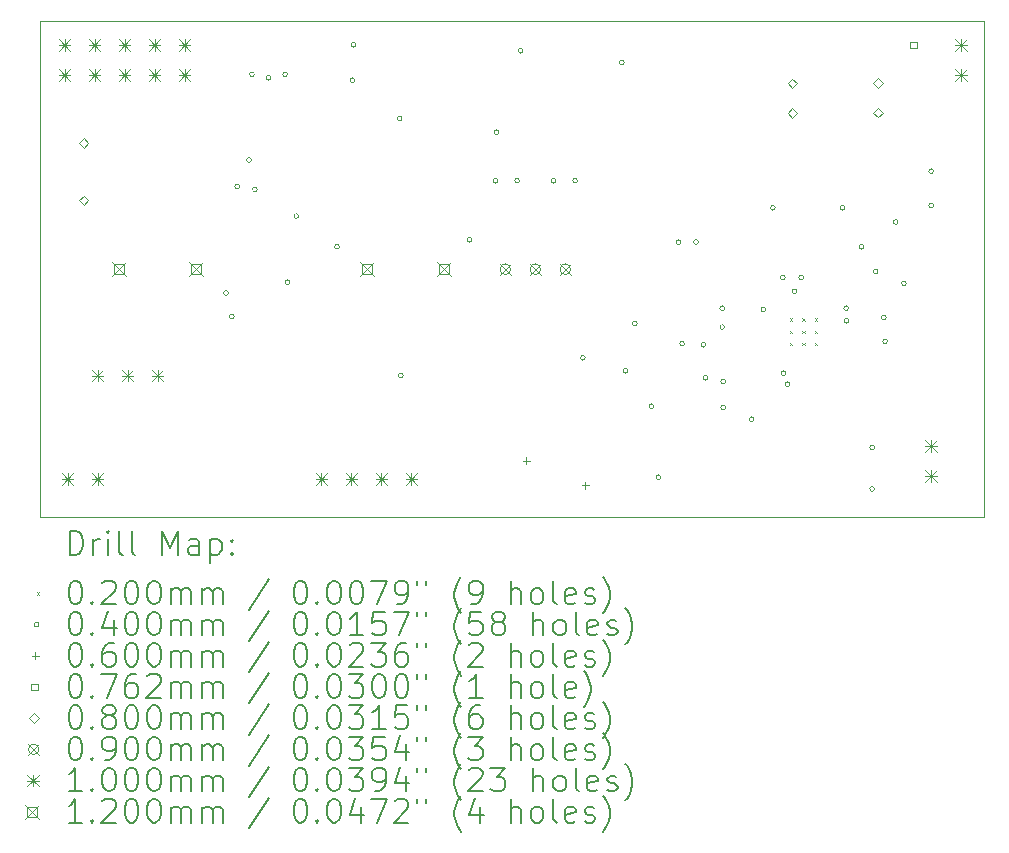
<source format=gbr>
%TF.GenerationSoftware,KiCad,Pcbnew,8.0.1-8.0.1-1~ubuntu22.04.1*%
%TF.CreationDate,2024-04-06T20:30:11+03:00*%
%TF.ProjectId,handle-module,68616e64-6c65-42d6-9d6f-64756c652e6b,rev?*%
%TF.SameCoordinates,Original*%
%TF.FileFunction,Drillmap*%
%TF.FilePolarity,Positive*%
%FSLAX45Y45*%
G04 Gerber Fmt 4.5, Leading zero omitted, Abs format (unit mm)*
G04 Created by KiCad (PCBNEW 8.0.1-8.0.1-1~ubuntu22.04.1) date 2024-04-06 20:30:11*
%MOMM*%
%LPD*%
G01*
G04 APERTURE LIST*
%ADD10C,0.100000*%
%ADD11C,0.200000*%
%ADD12C,0.120000*%
G04 APERTURE END LIST*
D10*
X5500000Y-7800000D02*
X13500000Y-7800000D01*
X13500000Y-12000000D01*
X5500000Y-12000000D01*
X5500000Y-7800000D01*
D11*
D10*
X11854049Y-10315000D02*
X11874049Y-10335000D01*
X11874049Y-10315000D02*
X11854049Y-10335000D01*
X11854049Y-10420000D02*
X11874049Y-10440000D01*
X11874049Y-10420000D02*
X11854049Y-10440000D01*
X11854049Y-10525000D02*
X11874049Y-10545000D01*
X11874049Y-10525000D02*
X11854049Y-10545000D01*
X11959049Y-10315000D02*
X11979049Y-10335000D01*
X11979049Y-10315000D02*
X11959049Y-10335000D01*
X11959049Y-10420000D02*
X11979049Y-10440000D01*
X11979049Y-10420000D02*
X11959049Y-10440000D01*
X11959049Y-10525000D02*
X11979049Y-10545000D01*
X11979049Y-10525000D02*
X11959049Y-10545000D01*
X12064049Y-10315000D02*
X12084049Y-10335000D01*
X12084049Y-10315000D02*
X12064049Y-10335000D01*
X12064049Y-10420000D02*
X12084049Y-10440000D01*
X12084049Y-10420000D02*
X12064049Y-10440000D01*
X12064049Y-10525000D02*
X12084049Y-10545000D01*
X12084049Y-10525000D02*
X12064049Y-10545000D01*
X7099049Y-10100000D02*
G75*
G02*
X7059049Y-10100000I-20000J0D01*
G01*
X7059049Y-10100000D02*
G75*
G02*
X7099049Y-10100000I20000J0D01*
G01*
X7149049Y-10300000D02*
G75*
G02*
X7109049Y-10300000I-20000J0D01*
G01*
X7109049Y-10300000D02*
G75*
G02*
X7149049Y-10300000I20000J0D01*
G01*
X7194049Y-9200000D02*
G75*
G02*
X7154049Y-9200000I-20000J0D01*
G01*
X7154049Y-9200000D02*
G75*
G02*
X7194049Y-9200000I20000J0D01*
G01*
X7294049Y-8975000D02*
G75*
G02*
X7254049Y-8975000I-20000J0D01*
G01*
X7254049Y-8975000D02*
G75*
G02*
X7294049Y-8975000I20000J0D01*
G01*
X7319049Y-8250000D02*
G75*
G02*
X7279049Y-8250000I-20000J0D01*
G01*
X7279049Y-8250000D02*
G75*
G02*
X7319049Y-8250000I20000J0D01*
G01*
X7344049Y-9225000D02*
G75*
G02*
X7304049Y-9225000I-20000J0D01*
G01*
X7304049Y-9225000D02*
G75*
G02*
X7344049Y-9225000I20000J0D01*
G01*
X7459049Y-8280000D02*
G75*
G02*
X7419049Y-8280000I-20000J0D01*
G01*
X7419049Y-8280000D02*
G75*
G02*
X7459049Y-8280000I20000J0D01*
G01*
X7599049Y-8250000D02*
G75*
G02*
X7559049Y-8250000I-20000J0D01*
G01*
X7559049Y-8250000D02*
G75*
G02*
X7599049Y-8250000I20000J0D01*
G01*
X7619049Y-10010000D02*
G75*
G02*
X7579049Y-10010000I-20000J0D01*
G01*
X7579049Y-10010000D02*
G75*
G02*
X7619049Y-10010000I20000J0D01*
G01*
X7694049Y-9450000D02*
G75*
G02*
X7654049Y-9450000I-20000J0D01*
G01*
X7654049Y-9450000D02*
G75*
G02*
X7694049Y-9450000I20000J0D01*
G01*
X8039049Y-9710000D02*
G75*
G02*
X7999049Y-9710000I-20000J0D01*
G01*
X7999049Y-9710000D02*
G75*
G02*
X8039049Y-9710000I20000J0D01*
G01*
X8169049Y-8300000D02*
G75*
G02*
X8129049Y-8300000I-20000J0D01*
G01*
X8129049Y-8300000D02*
G75*
G02*
X8169049Y-8300000I20000J0D01*
G01*
X8179049Y-8000000D02*
G75*
G02*
X8139049Y-8000000I-20000J0D01*
G01*
X8139049Y-8000000D02*
G75*
G02*
X8179049Y-8000000I20000J0D01*
G01*
X8569049Y-8625000D02*
G75*
G02*
X8529049Y-8625000I-20000J0D01*
G01*
X8529049Y-8625000D02*
G75*
G02*
X8569049Y-8625000I20000J0D01*
G01*
X8580000Y-10800000D02*
G75*
G02*
X8540000Y-10800000I-20000J0D01*
G01*
X8540000Y-10800000D02*
G75*
G02*
X8580000Y-10800000I20000J0D01*
G01*
X9160000Y-9650000D02*
G75*
G02*
X9120000Y-9650000I-20000J0D01*
G01*
X9120000Y-9650000D02*
G75*
G02*
X9160000Y-9650000I20000J0D01*
G01*
X9380799Y-9150000D02*
G75*
G02*
X9340799Y-9150000I-20000J0D01*
G01*
X9340799Y-9150000D02*
G75*
G02*
X9380799Y-9150000I20000J0D01*
G01*
X9390000Y-8740000D02*
G75*
G02*
X9350000Y-8740000I-20000J0D01*
G01*
X9350000Y-8740000D02*
G75*
G02*
X9390000Y-8740000I20000J0D01*
G01*
X9563299Y-9150000D02*
G75*
G02*
X9523299Y-9150000I-20000J0D01*
G01*
X9523299Y-9150000D02*
G75*
G02*
X9563299Y-9150000I20000J0D01*
G01*
X9594049Y-8050000D02*
G75*
G02*
X9554049Y-8050000I-20000J0D01*
G01*
X9554049Y-8050000D02*
G75*
G02*
X9594049Y-8050000I20000J0D01*
G01*
X9872049Y-9150000D02*
G75*
G02*
X9832049Y-9150000I-20000J0D01*
G01*
X9832049Y-9150000D02*
G75*
G02*
X9872049Y-9150000I20000J0D01*
G01*
X10054549Y-9150000D02*
G75*
G02*
X10014549Y-9150000I-20000J0D01*
G01*
X10014549Y-9150000D02*
G75*
G02*
X10054549Y-9150000I20000J0D01*
G01*
X10120299Y-10650000D02*
G75*
G02*
X10080299Y-10650000I-20000J0D01*
G01*
X10080299Y-10650000D02*
G75*
G02*
X10120299Y-10650000I20000J0D01*
G01*
X10449049Y-8150000D02*
G75*
G02*
X10409049Y-8150000I-20000J0D01*
G01*
X10409049Y-8150000D02*
G75*
G02*
X10449049Y-8150000I20000J0D01*
G01*
X10480299Y-10760000D02*
G75*
G02*
X10440299Y-10760000I-20000J0D01*
G01*
X10440299Y-10760000D02*
G75*
G02*
X10480299Y-10760000I20000J0D01*
G01*
X10560299Y-10360000D02*
G75*
G02*
X10520299Y-10360000I-20000J0D01*
G01*
X10520299Y-10360000D02*
G75*
G02*
X10560299Y-10360000I20000J0D01*
G01*
X10700299Y-11060000D02*
G75*
G02*
X10660299Y-11060000I-20000J0D01*
G01*
X10660299Y-11060000D02*
G75*
G02*
X10700299Y-11060000I20000J0D01*
G01*
X10758750Y-11660000D02*
G75*
G02*
X10718750Y-11660000I-20000J0D01*
G01*
X10718750Y-11660000D02*
G75*
G02*
X10758750Y-11660000I20000J0D01*
G01*
X10929049Y-9670000D02*
G75*
G02*
X10889049Y-9670000I-20000J0D01*
G01*
X10889049Y-9670000D02*
G75*
G02*
X10929049Y-9670000I20000J0D01*
G01*
X10960299Y-10530000D02*
G75*
G02*
X10920299Y-10530000I-20000J0D01*
G01*
X10920299Y-10530000D02*
G75*
G02*
X10960299Y-10530000I20000J0D01*
G01*
X11079049Y-9670000D02*
G75*
G02*
X11039049Y-9670000I-20000J0D01*
G01*
X11039049Y-9670000D02*
G75*
G02*
X11079049Y-9670000I20000J0D01*
G01*
X11140299Y-10540000D02*
G75*
G02*
X11100299Y-10540000I-20000J0D01*
G01*
X11100299Y-10540000D02*
G75*
G02*
X11140299Y-10540000I20000J0D01*
G01*
X11160299Y-10820000D02*
G75*
G02*
X11120299Y-10820000I-20000J0D01*
G01*
X11120299Y-10820000D02*
G75*
G02*
X11160299Y-10820000I20000J0D01*
G01*
X11300299Y-10230000D02*
G75*
G02*
X11260299Y-10230000I-20000J0D01*
G01*
X11260299Y-10230000D02*
G75*
G02*
X11300299Y-10230000I20000J0D01*
G01*
X11300299Y-10390000D02*
G75*
G02*
X11260299Y-10390000I-20000J0D01*
G01*
X11260299Y-10390000D02*
G75*
G02*
X11300299Y-10390000I20000J0D01*
G01*
X11309049Y-10850000D02*
G75*
G02*
X11269049Y-10850000I-20000J0D01*
G01*
X11269049Y-10850000D02*
G75*
G02*
X11309049Y-10850000I20000J0D01*
G01*
X11309049Y-11070000D02*
G75*
G02*
X11269049Y-11070000I-20000J0D01*
G01*
X11269049Y-11070000D02*
G75*
G02*
X11309049Y-11070000I20000J0D01*
G01*
X11550000Y-11170000D02*
G75*
G02*
X11510000Y-11170000I-20000J0D01*
G01*
X11510000Y-11170000D02*
G75*
G02*
X11550000Y-11170000I20000J0D01*
G01*
X11649049Y-10240000D02*
G75*
G02*
X11609049Y-10240000I-20000J0D01*
G01*
X11609049Y-10240000D02*
G75*
G02*
X11649049Y-10240000I20000J0D01*
G01*
X11729049Y-9380000D02*
G75*
G02*
X11689049Y-9380000I-20000J0D01*
G01*
X11689049Y-9380000D02*
G75*
G02*
X11729049Y-9380000I20000J0D01*
G01*
X11812500Y-9970000D02*
G75*
G02*
X11772500Y-9970000I-20000J0D01*
G01*
X11772500Y-9970000D02*
G75*
G02*
X11812500Y-9970000I20000J0D01*
G01*
X11819049Y-10780000D02*
G75*
G02*
X11779049Y-10780000I-20000J0D01*
G01*
X11779049Y-10780000D02*
G75*
G02*
X11819049Y-10780000I20000J0D01*
G01*
X11854144Y-10873586D02*
G75*
G02*
X11814144Y-10873586I-20000J0D01*
G01*
X11814144Y-10873586D02*
G75*
G02*
X11854144Y-10873586I20000J0D01*
G01*
X11912521Y-10087479D02*
G75*
G02*
X11872521Y-10087479I-20000J0D01*
G01*
X11872521Y-10087479D02*
G75*
G02*
X11912521Y-10087479I20000J0D01*
G01*
X11970000Y-9970000D02*
G75*
G02*
X11930000Y-9970000I-20000J0D01*
G01*
X11930000Y-9970000D02*
G75*
G02*
X11970000Y-9970000I20000J0D01*
G01*
X12319049Y-9380000D02*
G75*
G02*
X12279049Y-9380000I-20000J0D01*
G01*
X12279049Y-9380000D02*
G75*
G02*
X12319049Y-9380000I20000J0D01*
G01*
X12349049Y-10230000D02*
G75*
G02*
X12309049Y-10230000I-20000J0D01*
G01*
X12309049Y-10230000D02*
G75*
G02*
X12349049Y-10230000I20000J0D01*
G01*
X12353323Y-10335551D02*
G75*
G02*
X12313323Y-10335551I-20000J0D01*
G01*
X12313323Y-10335551D02*
G75*
G02*
X12353323Y-10335551I20000J0D01*
G01*
X12479049Y-9710000D02*
G75*
G02*
X12439049Y-9710000I-20000J0D01*
G01*
X12439049Y-9710000D02*
G75*
G02*
X12479049Y-9710000I20000J0D01*
G01*
X12570000Y-11410000D02*
G75*
G02*
X12530000Y-11410000I-20000J0D01*
G01*
X12530000Y-11410000D02*
G75*
G02*
X12570000Y-11410000I20000J0D01*
G01*
X12570000Y-11760000D02*
G75*
G02*
X12530000Y-11760000I-20000J0D01*
G01*
X12530000Y-11760000D02*
G75*
G02*
X12570000Y-11760000I20000J0D01*
G01*
X12599049Y-9920000D02*
G75*
G02*
X12559049Y-9920000I-20000J0D01*
G01*
X12559049Y-9920000D02*
G75*
G02*
X12599049Y-9920000I20000J0D01*
G01*
X12669049Y-10310000D02*
G75*
G02*
X12629049Y-10310000I-20000J0D01*
G01*
X12629049Y-10310000D02*
G75*
G02*
X12669049Y-10310000I20000J0D01*
G01*
X12679049Y-10510000D02*
G75*
G02*
X12639049Y-10510000I-20000J0D01*
G01*
X12639049Y-10510000D02*
G75*
G02*
X12679049Y-10510000I20000J0D01*
G01*
X12769049Y-9500000D02*
G75*
G02*
X12729049Y-9500000I-20000J0D01*
G01*
X12729049Y-9500000D02*
G75*
G02*
X12769049Y-9500000I20000J0D01*
G01*
X12839022Y-10019022D02*
G75*
G02*
X12799022Y-10019022I-20000J0D01*
G01*
X12799022Y-10019022D02*
G75*
G02*
X12839022Y-10019022I20000J0D01*
G01*
X13069049Y-9070000D02*
G75*
G02*
X13029049Y-9070000I-20000J0D01*
G01*
X13029049Y-9070000D02*
G75*
G02*
X13069049Y-9070000I20000J0D01*
G01*
X13069049Y-9360000D02*
G75*
G02*
X13029049Y-9360000I-20000J0D01*
G01*
X13029049Y-9360000D02*
G75*
G02*
X13069049Y-9360000I20000J0D01*
G01*
X9621549Y-11490000D02*
X9621549Y-11550000D01*
X9591549Y-11520000D02*
X9651549Y-11520000D01*
X10121549Y-11700000D02*
X10121549Y-11760000D01*
X10091549Y-11730000D02*
X10151549Y-11730000D01*
X12925990Y-8026941D02*
X12925990Y-7973059D01*
X12872108Y-7973059D01*
X12872108Y-8026941D01*
X12925990Y-8026941D01*
X5874049Y-8869500D02*
X5914049Y-8829500D01*
X5874049Y-8789500D01*
X5834049Y-8829500D01*
X5874049Y-8869500D01*
X5874049Y-9357500D02*
X5914049Y-9317500D01*
X5874049Y-9277500D01*
X5834049Y-9317500D01*
X5874049Y-9357500D01*
X11874049Y-8367500D02*
X11914049Y-8327500D01*
X11874049Y-8287500D01*
X11834049Y-8327500D01*
X11874049Y-8367500D01*
X11874049Y-8617500D02*
X11914049Y-8577500D01*
X11874049Y-8537500D01*
X11834049Y-8577500D01*
X11874049Y-8617500D01*
X12599049Y-8365000D02*
X12639049Y-8325000D01*
X12599049Y-8285000D01*
X12559049Y-8325000D01*
X12599049Y-8365000D01*
X12599049Y-8615000D02*
X12639049Y-8575000D01*
X12599049Y-8535000D01*
X12559049Y-8575000D01*
X12599049Y-8615000D01*
X9399049Y-9855000D02*
X9489049Y-9945000D01*
X9489049Y-9855000D02*
X9399049Y-9945000D01*
X9489049Y-9900000D02*
G75*
G02*
X9399049Y-9900000I-45000J0D01*
G01*
X9399049Y-9900000D02*
G75*
G02*
X9489049Y-9900000I45000J0D01*
G01*
X9653049Y-9855000D02*
X9743049Y-9945000D01*
X9743049Y-9855000D02*
X9653049Y-9945000D01*
X9743049Y-9900000D02*
G75*
G02*
X9653049Y-9900000I-45000J0D01*
G01*
X9653049Y-9900000D02*
G75*
G02*
X9743049Y-9900000I45000J0D01*
G01*
X9907049Y-9855000D02*
X9997049Y-9945000D01*
X9997049Y-9855000D02*
X9907049Y-9945000D01*
X9997049Y-9900000D02*
G75*
G02*
X9907049Y-9900000I-45000J0D01*
G01*
X9907049Y-9900000D02*
G75*
G02*
X9997049Y-9900000I45000J0D01*
G01*
X5662049Y-7950000D02*
X5762049Y-8050000D01*
X5762049Y-7950000D02*
X5662049Y-8050000D01*
X5712049Y-7950000D02*
X5712049Y-8050000D01*
X5662049Y-8000000D02*
X5762049Y-8000000D01*
X5662049Y-8204000D02*
X5762049Y-8304000D01*
X5762049Y-8204000D02*
X5662049Y-8304000D01*
X5712049Y-8204000D02*
X5712049Y-8304000D01*
X5662049Y-8254000D02*
X5762049Y-8254000D01*
X5687049Y-11625000D02*
X5787049Y-11725000D01*
X5787049Y-11625000D02*
X5687049Y-11725000D01*
X5737049Y-11625000D02*
X5737049Y-11725000D01*
X5687049Y-11675000D02*
X5787049Y-11675000D01*
X5916049Y-7950000D02*
X6016049Y-8050000D01*
X6016049Y-7950000D02*
X5916049Y-8050000D01*
X5966049Y-7950000D02*
X5966049Y-8050000D01*
X5916049Y-8000000D02*
X6016049Y-8000000D01*
X5916049Y-8204000D02*
X6016049Y-8304000D01*
X6016049Y-8204000D02*
X5916049Y-8304000D01*
X5966049Y-8204000D02*
X5966049Y-8304000D01*
X5916049Y-8254000D02*
X6016049Y-8254000D01*
X5941049Y-10750000D02*
X6041049Y-10850000D01*
X6041049Y-10750000D02*
X5941049Y-10850000D01*
X5991049Y-10750000D02*
X5991049Y-10850000D01*
X5941049Y-10800000D02*
X6041049Y-10800000D01*
X5941049Y-11625000D02*
X6041049Y-11725000D01*
X6041049Y-11625000D02*
X5941049Y-11725000D01*
X5991049Y-11625000D02*
X5991049Y-11725000D01*
X5941049Y-11675000D02*
X6041049Y-11675000D01*
X6170049Y-7950000D02*
X6270049Y-8050000D01*
X6270049Y-7950000D02*
X6170049Y-8050000D01*
X6220049Y-7950000D02*
X6220049Y-8050000D01*
X6170049Y-8000000D02*
X6270049Y-8000000D01*
X6170049Y-8204000D02*
X6270049Y-8304000D01*
X6270049Y-8204000D02*
X6170049Y-8304000D01*
X6220049Y-8204000D02*
X6220049Y-8304000D01*
X6170049Y-8254000D02*
X6270049Y-8254000D01*
X6195049Y-10750000D02*
X6295049Y-10850000D01*
X6295049Y-10750000D02*
X6195049Y-10850000D01*
X6245049Y-10750000D02*
X6245049Y-10850000D01*
X6195049Y-10800000D02*
X6295049Y-10800000D01*
X6424049Y-7950000D02*
X6524049Y-8050000D01*
X6524049Y-7950000D02*
X6424049Y-8050000D01*
X6474049Y-7950000D02*
X6474049Y-8050000D01*
X6424049Y-8000000D02*
X6524049Y-8000000D01*
X6424049Y-8204000D02*
X6524049Y-8304000D01*
X6524049Y-8204000D02*
X6424049Y-8304000D01*
X6474049Y-8204000D02*
X6474049Y-8304000D01*
X6424049Y-8254000D02*
X6524049Y-8254000D01*
X6449049Y-10750000D02*
X6549049Y-10850000D01*
X6549049Y-10750000D02*
X6449049Y-10850000D01*
X6499049Y-10750000D02*
X6499049Y-10850000D01*
X6449049Y-10800000D02*
X6549049Y-10800000D01*
X6678049Y-7950000D02*
X6778049Y-8050000D01*
X6778049Y-7950000D02*
X6678049Y-8050000D01*
X6728049Y-7950000D02*
X6728049Y-8050000D01*
X6678049Y-8000000D02*
X6778049Y-8000000D01*
X6678049Y-8204000D02*
X6778049Y-8304000D01*
X6778049Y-8204000D02*
X6678049Y-8304000D01*
X6728049Y-8204000D02*
X6728049Y-8304000D01*
X6678049Y-8254000D02*
X6778049Y-8254000D01*
X7837049Y-11625000D02*
X7937049Y-11725000D01*
X7937049Y-11625000D02*
X7837049Y-11725000D01*
X7887049Y-11625000D02*
X7887049Y-11725000D01*
X7837049Y-11675000D02*
X7937049Y-11675000D01*
X8091049Y-11625000D02*
X8191049Y-11725000D01*
X8191049Y-11625000D02*
X8091049Y-11725000D01*
X8141049Y-11625000D02*
X8141049Y-11725000D01*
X8091049Y-11675000D02*
X8191049Y-11675000D01*
X8345049Y-11625000D02*
X8445049Y-11725000D01*
X8445049Y-11625000D02*
X8345049Y-11725000D01*
X8395049Y-11625000D02*
X8395049Y-11725000D01*
X8345049Y-11675000D02*
X8445049Y-11675000D01*
X8599049Y-11625000D02*
X8699049Y-11725000D01*
X8699049Y-11625000D02*
X8599049Y-11725000D01*
X8649049Y-11625000D02*
X8649049Y-11725000D01*
X8599049Y-11675000D02*
X8699049Y-11675000D01*
X12999049Y-11350000D02*
X13099049Y-11450000D01*
X13099049Y-11350000D02*
X12999049Y-11450000D01*
X13049049Y-11350000D02*
X13049049Y-11450000D01*
X12999049Y-11400000D02*
X13099049Y-11400000D01*
X12999049Y-11600000D02*
X13099049Y-11700000D01*
X13099049Y-11600000D02*
X12999049Y-11700000D01*
X13049049Y-11600000D02*
X13049049Y-11700000D01*
X12999049Y-11650000D02*
X13099049Y-11650000D01*
X13249049Y-7950000D02*
X13349049Y-8050000D01*
X13349049Y-7950000D02*
X13249049Y-8050000D01*
X13299049Y-7950000D02*
X13299049Y-8050000D01*
X13249049Y-8000000D02*
X13349049Y-8000000D01*
X13249049Y-8204000D02*
X13349049Y-8304000D01*
X13349049Y-8204000D02*
X13249049Y-8304000D01*
X13299049Y-8204000D02*
X13299049Y-8304000D01*
X13249049Y-8254000D02*
X13349049Y-8254000D01*
D12*
X6114049Y-9840000D02*
X6234049Y-9960000D01*
X6234049Y-9840000D02*
X6114049Y-9960000D01*
X6216475Y-9942427D02*
X6216475Y-9857573D01*
X6131622Y-9857573D01*
X6131622Y-9942427D01*
X6216475Y-9942427D01*
X6764049Y-9840000D02*
X6884049Y-9960000D01*
X6884049Y-9840000D02*
X6764049Y-9960000D01*
X6866475Y-9942427D02*
X6866475Y-9857573D01*
X6781622Y-9857573D01*
X6781622Y-9942427D01*
X6866475Y-9942427D01*
X8214049Y-9840000D02*
X8334049Y-9960000D01*
X8334049Y-9840000D02*
X8214049Y-9960000D01*
X8316475Y-9942427D02*
X8316475Y-9857573D01*
X8231622Y-9857573D01*
X8231622Y-9942427D01*
X8316475Y-9942427D01*
X8864049Y-9840000D02*
X8984049Y-9960000D01*
X8984049Y-9840000D02*
X8864049Y-9960000D01*
X8966476Y-9942427D02*
X8966476Y-9857573D01*
X8881622Y-9857573D01*
X8881622Y-9942427D01*
X8966476Y-9942427D01*
D11*
X5755777Y-12316484D02*
X5755777Y-12116484D01*
X5755777Y-12116484D02*
X5803396Y-12116484D01*
X5803396Y-12116484D02*
X5831967Y-12126008D01*
X5831967Y-12126008D02*
X5851015Y-12145055D01*
X5851015Y-12145055D02*
X5860539Y-12164103D01*
X5860539Y-12164103D02*
X5870062Y-12202198D01*
X5870062Y-12202198D02*
X5870062Y-12230769D01*
X5870062Y-12230769D02*
X5860539Y-12268865D01*
X5860539Y-12268865D02*
X5851015Y-12287912D01*
X5851015Y-12287912D02*
X5831967Y-12306960D01*
X5831967Y-12306960D02*
X5803396Y-12316484D01*
X5803396Y-12316484D02*
X5755777Y-12316484D01*
X5955777Y-12316484D02*
X5955777Y-12183150D01*
X5955777Y-12221246D02*
X5965301Y-12202198D01*
X5965301Y-12202198D02*
X5974824Y-12192674D01*
X5974824Y-12192674D02*
X5993872Y-12183150D01*
X5993872Y-12183150D02*
X6012920Y-12183150D01*
X6079586Y-12316484D02*
X6079586Y-12183150D01*
X6079586Y-12116484D02*
X6070062Y-12126008D01*
X6070062Y-12126008D02*
X6079586Y-12135531D01*
X6079586Y-12135531D02*
X6089110Y-12126008D01*
X6089110Y-12126008D02*
X6079586Y-12116484D01*
X6079586Y-12116484D02*
X6079586Y-12135531D01*
X6203396Y-12316484D02*
X6184348Y-12306960D01*
X6184348Y-12306960D02*
X6174824Y-12287912D01*
X6174824Y-12287912D02*
X6174824Y-12116484D01*
X6308158Y-12316484D02*
X6289110Y-12306960D01*
X6289110Y-12306960D02*
X6279586Y-12287912D01*
X6279586Y-12287912D02*
X6279586Y-12116484D01*
X6536729Y-12316484D02*
X6536729Y-12116484D01*
X6536729Y-12116484D02*
X6603396Y-12259341D01*
X6603396Y-12259341D02*
X6670062Y-12116484D01*
X6670062Y-12116484D02*
X6670062Y-12316484D01*
X6851015Y-12316484D02*
X6851015Y-12211722D01*
X6851015Y-12211722D02*
X6841491Y-12192674D01*
X6841491Y-12192674D02*
X6822443Y-12183150D01*
X6822443Y-12183150D02*
X6784348Y-12183150D01*
X6784348Y-12183150D02*
X6765301Y-12192674D01*
X6851015Y-12306960D02*
X6831967Y-12316484D01*
X6831967Y-12316484D02*
X6784348Y-12316484D01*
X6784348Y-12316484D02*
X6765301Y-12306960D01*
X6765301Y-12306960D02*
X6755777Y-12287912D01*
X6755777Y-12287912D02*
X6755777Y-12268865D01*
X6755777Y-12268865D02*
X6765301Y-12249817D01*
X6765301Y-12249817D02*
X6784348Y-12240293D01*
X6784348Y-12240293D02*
X6831967Y-12240293D01*
X6831967Y-12240293D02*
X6851015Y-12230769D01*
X6946253Y-12183150D02*
X6946253Y-12383150D01*
X6946253Y-12192674D02*
X6965301Y-12183150D01*
X6965301Y-12183150D02*
X7003396Y-12183150D01*
X7003396Y-12183150D02*
X7022443Y-12192674D01*
X7022443Y-12192674D02*
X7031967Y-12202198D01*
X7031967Y-12202198D02*
X7041491Y-12221246D01*
X7041491Y-12221246D02*
X7041491Y-12278388D01*
X7041491Y-12278388D02*
X7031967Y-12297436D01*
X7031967Y-12297436D02*
X7022443Y-12306960D01*
X7022443Y-12306960D02*
X7003396Y-12316484D01*
X7003396Y-12316484D02*
X6965301Y-12316484D01*
X6965301Y-12316484D02*
X6946253Y-12306960D01*
X7127205Y-12297436D02*
X7136729Y-12306960D01*
X7136729Y-12306960D02*
X7127205Y-12316484D01*
X7127205Y-12316484D02*
X7117682Y-12306960D01*
X7117682Y-12306960D02*
X7127205Y-12297436D01*
X7127205Y-12297436D02*
X7127205Y-12316484D01*
X7127205Y-12192674D02*
X7136729Y-12202198D01*
X7136729Y-12202198D02*
X7127205Y-12211722D01*
X7127205Y-12211722D02*
X7117682Y-12202198D01*
X7117682Y-12202198D02*
X7127205Y-12192674D01*
X7127205Y-12192674D02*
X7127205Y-12211722D01*
D10*
X5475000Y-12635000D02*
X5495000Y-12655000D01*
X5495000Y-12635000D02*
X5475000Y-12655000D01*
D11*
X5793872Y-12536484D02*
X5812920Y-12536484D01*
X5812920Y-12536484D02*
X5831967Y-12546008D01*
X5831967Y-12546008D02*
X5841491Y-12555531D01*
X5841491Y-12555531D02*
X5851015Y-12574579D01*
X5851015Y-12574579D02*
X5860539Y-12612674D01*
X5860539Y-12612674D02*
X5860539Y-12660293D01*
X5860539Y-12660293D02*
X5851015Y-12698388D01*
X5851015Y-12698388D02*
X5841491Y-12717436D01*
X5841491Y-12717436D02*
X5831967Y-12726960D01*
X5831967Y-12726960D02*
X5812920Y-12736484D01*
X5812920Y-12736484D02*
X5793872Y-12736484D01*
X5793872Y-12736484D02*
X5774824Y-12726960D01*
X5774824Y-12726960D02*
X5765301Y-12717436D01*
X5765301Y-12717436D02*
X5755777Y-12698388D01*
X5755777Y-12698388D02*
X5746253Y-12660293D01*
X5746253Y-12660293D02*
X5746253Y-12612674D01*
X5746253Y-12612674D02*
X5755777Y-12574579D01*
X5755777Y-12574579D02*
X5765301Y-12555531D01*
X5765301Y-12555531D02*
X5774824Y-12546008D01*
X5774824Y-12546008D02*
X5793872Y-12536484D01*
X5946253Y-12717436D02*
X5955777Y-12726960D01*
X5955777Y-12726960D02*
X5946253Y-12736484D01*
X5946253Y-12736484D02*
X5936729Y-12726960D01*
X5936729Y-12726960D02*
X5946253Y-12717436D01*
X5946253Y-12717436D02*
X5946253Y-12736484D01*
X6031967Y-12555531D02*
X6041491Y-12546008D01*
X6041491Y-12546008D02*
X6060539Y-12536484D01*
X6060539Y-12536484D02*
X6108158Y-12536484D01*
X6108158Y-12536484D02*
X6127205Y-12546008D01*
X6127205Y-12546008D02*
X6136729Y-12555531D01*
X6136729Y-12555531D02*
X6146253Y-12574579D01*
X6146253Y-12574579D02*
X6146253Y-12593627D01*
X6146253Y-12593627D02*
X6136729Y-12622198D01*
X6136729Y-12622198D02*
X6022443Y-12736484D01*
X6022443Y-12736484D02*
X6146253Y-12736484D01*
X6270062Y-12536484D02*
X6289110Y-12536484D01*
X6289110Y-12536484D02*
X6308158Y-12546008D01*
X6308158Y-12546008D02*
X6317682Y-12555531D01*
X6317682Y-12555531D02*
X6327205Y-12574579D01*
X6327205Y-12574579D02*
X6336729Y-12612674D01*
X6336729Y-12612674D02*
X6336729Y-12660293D01*
X6336729Y-12660293D02*
X6327205Y-12698388D01*
X6327205Y-12698388D02*
X6317682Y-12717436D01*
X6317682Y-12717436D02*
X6308158Y-12726960D01*
X6308158Y-12726960D02*
X6289110Y-12736484D01*
X6289110Y-12736484D02*
X6270062Y-12736484D01*
X6270062Y-12736484D02*
X6251015Y-12726960D01*
X6251015Y-12726960D02*
X6241491Y-12717436D01*
X6241491Y-12717436D02*
X6231967Y-12698388D01*
X6231967Y-12698388D02*
X6222443Y-12660293D01*
X6222443Y-12660293D02*
X6222443Y-12612674D01*
X6222443Y-12612674D02*
X6231967Y-12574579D01*
X6231967Y-12574579D02*
X6241491Y-12555531D01*
X6241491Y-12555531D02*
X6251015Y-12546008D01*
X6251015Y-12546008D02*
X6270062Y-12536484D01*
X6460539Y-12536484D02*
X6479586Y-12536484D01*
X6479586Y-12536484D02*
X6498634Y-12546008D01*
X6498634Y-12546008D02*
X6508158Y-12555531D01*
X6508158Y-12555531D02*
X6517682Y-12574579D01*
X6517682Y-12574579D02*
X6527205Y-12612674D01*
X6527205Y-12612674D02*
X6527205Y-12660293D01*
X6527205Y-12660293D02*
X6517682Y-12698388D01*
X6517682Y-12698388D02*
X6508158Y-12717436D01*
X6508158Y-12717436D02*
X6498634Y-12726960D01*
X6498634Y-12726960D02*
X6479586Y-12736484D01*
X6479586Y-12736484D02*
X6460539Y-12736484D01*
X6460539Y-12736484D02*
X6441491Y-12726960D01*
X6441491Y-12726960D02*
X6431967Y-12717436D01*
X6431967Y-12717436D02*
X6422443Y-12698388D01*
X6422443Y-12698388D02*
X6412920Y-12660293D01*
X6412920Y-12660293D02*
X6412920Y-12612674D01*
X6412920Y-12612674D02*
X6422443Y-12574579D01*
X6422443Y-12574579D02*
X6431967Y-12555531D01*
X6431967Y-12555531D02*
X6441491Y-12546008D01*
X6441491Y-12546008D02*
X6460539Y-12536484D01*
X6612920Y-12736484D02*
X6612920Y-12603150D01*
X6612920Y-12622198D02*
X6622443Y-12612674D01*
X6622443Y-12612674D02*
X6641491Y-12603150D01*
X6641491Y-12603150D02*
X6670063Y-12603150D01*
X6670063Y-12603150D02*
X6689110Y-12612674D01*
X6689110Y-12612674D02*
X6698634Y-12631722D01*
X6698634Y-12631722D02*
X6698634Y-12736484D01*
X6698634Y-12631722D02*
X6708158Y-12612674D01*
X6708158Y-12612674D02*
X6727205Y-12603150D01*
X6727205Y-12603150D02*
X6755777Y-12603150D01*
X6755777Y-12603150D02*
X6774824Y-12612674D01*
X6774824Y-12612674D02*
X6784348Y-12631722D01*
X6784348Y-12631722D02*
X6784348Y-12736484D01*
X6879586Y-12736484D02*
X6879586Y-12603150D01*
X6879586Y-12622198D02*
X6889110Y-12612674D01*
X6889110Y-12612674D02*
X6908158Y-12603150D01*
X6908158Y-12603150D02*
X6936729Y-12603150D01*
X6936729Y-12603150D02*
X6955777Y-12612674D01*
X6955777Y-12612674D02*
X6965301Y-12631722D01*
X6965301Y-12631722D02*
X6965301Y-12736484D01*
X6965301Y-12631722D02*
X6974824Y-12612674D01*
X6974824Y-12612674D02*
X6993872Y-12603150D01*
X6993872Y-12603150D02*
X7022443Y-12603150D01*
X7022443Y-12603150D02*
X7041491Y-12612674D01*
X7041491Y-12612674D02*
X7051015Y-12631722D01*
X7051015Y-12631722D02*
X7051015Y-12736484D01*
X7441491Y-12526960D02*
X7270063Y-12784103D01*
X7698634Y-12536484D02*
X7717682Y-12536484D01*
X7717682Y-12536484D02*
X7736729Y-12546008D01*
X7736729Y-12546008D02*
X7746253Y-12555531D01*
X7746253Y-12555531D02*
X7755777Y-12574579D01*
X7755777Y-12574579D02*
X7765301Y-12612674D01*
X7765301Y-12612674D02*
X7765301Y-12660293D01*
X7765301Y-12660293D02*
X7755777Y-12698388D01*
X7755777Y-12698388D02*
X7746253Y-12717436D01*
X7746253Y-12717436D02*
X7736729Y-12726960D01*
X7736729Y-12726960D02*
X7717682Y-12736484D01*
X7717682Y-12736484D02*
X7698634Y-12736484D01*
X7698634Y-12736484D02*
X7679586Y-12726960D01*
X7679586Y-12726960D02*
X7670063Y-12717436D01*
X7670063Y-12717436D02*
X7660539Y-12698388D01*
X7660539Y-12698388D02*
X7651015Y-12660293D01*
X7651015Y-12660293D02*
X7651015Y-12612674D01*
X7651015Y-12612674D02*
X7660539Y-12574579D01*
X7660539Y-12574579D02*
X7670063Y-12555531D01*
X7670063Y-12555531D02*
X7679586Y-12546008D01*
X7679586Y-12546008D02*
X7698634Y-12536484D01*
X7851015Y-12717436D02*
X7860539Y-12726960D01*
X7860539Y-12726960D02*
X7851015Y-12736484D01*
X7851015Y-12736484D02*
X7841491Y-12726960D01*
X7841491Y-12726960D02*
X7851015Y-12717436D01*
X7851015Y-12717436D02*
X7851015Y-12736484D01*
X7984348Y-12536484D02*
X8003396Y-12536484D01*
X8003396Y-12536484D02*
X8022444Y-12546008D01*
X8022444Y-12546008D02*
X8031967Y-12555531D01*
X8031967Y-12555531D02*
X8041491Y-12574579D01*
X8041491Y-12574579D02*
X8051015Y-12612674D01*
X8051015Y-12612674D02*
X8051015Y-12660293D01*
X8051015Y-12660293D02*
X8041491Y-12698388D01*
X8041491Y-12698388D02*
X8031967Y-12717436D01*
X8031967Y-12717436D02*
X8022444Y-12726960D01*
X8022444Y-12726960D02*
X8003396Y-12736484D01*
X8003396Y-12736484D02*
X7984348Y-12736484D01*
X7984348Y-12736484D02*
X7965301Y-12726960D01*
X7965301Y-12726960D02*
X7955777Y-12717436D01*
X7955777Y-12717436D02*
X7946253Y-12698388D01*
X7946253Y-12698388D02*
X7936729Y-12660293D01*
X7936729Y-12660293D02*
X7936729Y-12612674D01*
X7936729Y-12612674D02*
X7946253Y-12574579D01*
X7946253Y-12574579D02*
X7955777Y-12555531D01*
X7955777Y-12555531D02*
X7965301Y-12546008D01*
X7965301Y-12546008D02*
X7984348Y-12536484D01*
X8174825Y-12536484D02*
X8193872Y-12536484D01*
X8193872Y-12536484D02*
X8212920Y-12546008D01*
X8212920Y-12546008D02*
X8222444Y-12555531D01*
X8222444Y-12555531D02*
X8231967Y-12574579D01*
X8231967Y-12574579D02*
X8241491Y-12612674D01*
X8241491Y-12612674D02*
X8241491Y-12660293D01*
X8241491Y-12660293D02*
X8231967Y-12698388D01*
X8231967Y-12698388D02*
X8222444Y-12717436D01*
X8222444Y-12717436D02*
X8212920Y-12726960D01*
X8212920Y-12726960D02*
X8193872Y-12736484D01*
X8193872Y-12736484D02*
X8174825Y-12736484D01*
X8174825Y-12736484D02*
X8155777Y-12726960D01*
X8155777Y-12726960D02*
X8146253Y-12717436D01*
X8146253Y-12717436D02*
X8136729Y-12698388D01*
X8136729Y-12698388D02*
X8127206Y-12660293D01*
X8127206Y-12660293D02*
X8127206Y-12612674D01*
X8127206Y-12612674D02*
X8136729Y-12574579D01*
X8136729Y-12574579D02*
X8146253Y-12555531D01*
X8146253Y-12555531D02*
X8155777Y-12546008D01*
X8155777Y-12546008D02*
X8174825Y-12536484D01*
X8308158Y-12536484D02*
X8441491Y-12536484D01*
X8441491Y-12536484D02*
X8355777Y-12736484D01*
X8527206Y-12736484D02*
X8565301Y-12736484D01*
X8565301Y-12736484D02*
X8584349Y-12726960D01*
X8584349Y-12726960D02*
X8593872Y-12717436D01*
X8593872Y-12717436D02*
X8612920Y-12688865D01*
X8612920Y-12688865D02*
X8622444Y-12650769D01*
X8622444Y-12650769D02*
X8622444Y-12574579D01*
X8622444Y-12574579D02*
X8612920Y-12555531D01*
X8612920Y-12555531D02*
X8603396Y-12546008D01*
X8603396Y-12546008D02*
X8584349Y-12536484D01*
X8584349Y-12536484D02*
X8546253Y-12536484D01*
X8546253Y-12536484D02*
X8527206Y-12546008D01*
X8527206Y-12546008D02*
X8517682Y-12555531D01*
X8517682Y-12555531D02*
X8508158Y-12574579D01*
X8508158Y-12574579D02*
X8508158Y-12622198D01*
X8508158Y-12622198D02*
X8517682Y-12641246D01*
X8517682Y-12641246D02*
X8527206Y-12650769D01*
X8527206Y-12650769D02*
X8546253Y-12660293D01*
X8546253Y-12660293D02*
X8584349Y-12660293D01*
X8584349Y-12660293D02*
X8603396Y-12650769D01*
X8603396Y-12650769D02*
X8612920Y-12641246D01*
X8612920Y-12641246D02*
X8622444Y-12622198D01*
X8698634Y-12536484D02*
X8698634Y-12574579D01*
X8774825Y-12536484D02*
X8774825Y-12574579D01*
X9070063Y-12812674D02*
X9060539Y-12803150D01*
X9060539Y-12803150D02*
X9041491Y-12774579D01*
X9041491Y-12774579D02*
X9031968Y-12755531D01*
X9031968Y-12755531D02*
X9022444Y-12726960D01*
X9022444Y-12726960D02*
X9012920Y-12679341D01*
X9012920Y-12679341D02*
X9012920Y-12641246D01*
X9012920Y-12641246D02*
X9022444Y-12593627D01*
X9022444Y-12593627D02*
X9031968Y-12565055D01*
X9031968Y-12565055D02*
X9041491Y-12546008D01*
X9041491Y-12546008D02*
X9060539Y-12517436D01*
X9060539Y-12517436D02*
X9070063Y-12507912D01*
X9155777Y-12736484D02*
X9193872Y-12736484D01*
X9193872Y-12736484D02*
X9212920Y-12726960D01*
X9212920Y-12726960D02*
X9222444Y-12717436D01*
X9222444Y-12717436D02*
X9241491Y-12688865D01*
X9241491Y-12688865D02*
X9251015Y-12650769D01*
X9251015Y-12650769D02*
X9251015Y-12574579D01*
X9251015Y-12574579D02*
X9241491Y-12555531D01*
X9241491Y-12555531D02*
X9231968Y-12546008D01*
X9231968Y-12546008D02*
X9212920Y-12536484D01*
X9212920Y-12536484D02*
X9174825Y-12536484D01*
X9174825Y-12536484D02*
X9155777Y-12546008D01*
X9155777Y-12546008D02*
X9146253Y-12555531D01*
X9146253Y-12555531D02*
X9136730Y-12574579D01*
X9136730Y-12574579D02*
X9136730Y-12622198D01*
X9136730Y-12622198D02*
X9146253Y-12641246D01*
X9146253Y-12641246D02*
X9155777Y-12650769D01*
X9155777Y-12650769D02*
X9174825Y-12660293D01*
X9174825Y-12660293D02*
X9212920Y-12660293D01*
X9212920Y-12660293D02*
X9231968Y-12650769D01*
X9231968Y-12650769D02*
X9241491Y-12641246D01*
X9241491Y-12641246D02*
X9251015Y-12622198D01*
X9489111Y-12736484D02*
X9489111Y-12536484D01*
X9574825Y-12736484D02*
X9574825Y-12631722D01*
X9574825Y-12631722D02*
X9565301Y-12612674D01*
X9565301Y-12612674D02*
X9546253Y-12603150D01*
X9546253Y-12603150D02*
X9517682Y-12603150D01*
X9517682Y-12603150D02*
X9498634Y-12612674D01*
X9498634Y-12612674D02*
X9489111Y-12622198D01*
X9698634Y-12736484D02*
X9679587Y-12726960D01*
X9679587Y-12726960D02*
X9670063Y-12717436D01*
X9670063Y-12717436D02*
X9660539Y-12698388D01*
X9660539Y-12698388D02*
X9660539Y-12641246D01*
X9660539Y-12641246D02*
X9670063Y-12622198D01*
X9670063Y-12622198D02*
X9679587Y-12612674D01*
X9679587Y-12612674D02*
X9698634Y-12603150D01*
X9698634Y-12603150D02*
X9727206Y-12603150D01*
X9727206Y-12603150D02*
X9746253Y-12612674D01*
X9746253Y-12612674D02*
X9755777Y-12622198D01*
X9755777Y-12622198D02*
X9765301Y-12641246D01*
X9765301Y-12641246D02*
X9765301Y-12698388D01*
X9765301Y-12698388D02*
X9755777Y-12717436D01*
X9755777Y-12717436D02*
X9746253Y-12726960D01*
X9746253Y-12726960D02*
X9727206Y-12736484D01*
X9727206Y-12736484D02*
X9698634Y-12736484D01*
X9879587Y-12736484D02*
X9860539Y-12726960D01*
X9860539Y-12726960D02*
X9851015Y-12707912D01*
X9851015Y-12707912D02*
X9851015Y-12536484D01*
X10031968Y-12726960D02*
X10012920Y-12736484D01*
X10012920Y-12736484D02*
X9974825Y-12736484D01*
X9974825Y-12736484D02*
X9955777Y-12726960D01*
X9955777Y-12726960D02*
X9946253Y-12707912D01*
X9946253Y-12707912D02*
X9946253Y-12631722D01*
X9946253Y-12631722D02*
X9955777Y-12612674D01*
X9955777Y-12612674D02*
X9974825Y-12603150D01*
X9974825Y-12603150D02*
X10012920Y-12603150D01*
X10012920Y-12603150D02*
X10031968Y-12612674D01*
X10031968Y-12612674D02*
X10041492Y-12631722D01*
X10041492Y-12631722D02*
X10041492Y-12650769D01*
X10041492Y-12650769D02*
X9946253Y-12669817D01*
X10117682Y-12726960D02*
X10136730Y-12736484D01*
X10136730Y-12736484D02*
X10174825Y-12736484D01*
X10174825Y-12736484D02*
X10193873Y-12726960D01*
X10193873Y-12726960D02*
X10203396Y-12707912D01*
X10203396Y-12707912D02*
X10203396Y-12698388D01*
X10203396Y-12698388D02*
X10193873Y-12679341D01*
X10193873Y-12679341D02*
X10174825Y-12669817D01*
X10174825Y-12669817D02*
X10146253Y-12669817D01*
X10146253Y-12669817D02*
X10127206Y-12660293D01*
X10127206Y-12660293D02*
X10117682Y-12641246D01*
X10117682Y-12641246D02*
X10117682Y-12631722D01*
X10117682Y-12631722D02*
X10127206Y-12612674D01*
X10127206Y-12612674D02*
X10146253Y-12603150D01*
X10146253Y-12603150D02*
X10174825Y-12603150D01*
X10174825Y-12603150D02*
X10193873Y-12612674D01*
X10270063Y-12812674D02*
X10279587Y-12803150D01*
X10279587Y-12803150D02*
X10298634Y-12774579D01*
X10298634Y-12774579D02*
X10308158Y-12755531D01*
X10308158Y-12755531D02*
X10317682Y-12726960D01*
X10317682Y-12726960D02*
X10327206Y-12679341D01*
X10327206Y-12679341D02*
X10327206Y-12641246D01*
X10327206Y-12641246D02*
X10317682Y-12593627D01*
X10317682Y-12593627D02*
X10308158Y-12565055D01*
X10308158Y-12565055D02*
X10298634Y-12546008D01*
X10298634Y-12546008D02*
X10279587Y-12517436D01*
X10279587Y-12517436D02*
X10270063Y-12507912D01*
D10*
X5495000Y-12909000D02*
G75*
G02*
X5455000Y-12909000I-20000J0D01*
G01*
X5455000Y-12909000D02*
G75*
G02*
X5495000Y-12909000I20000J0D01*
G01*
D11*
X5793872Y-12800484D02*
X5812920Y-12800484D01*
X5812920Y-12800484D02*
X5831967Y-12810008D01*
X5831967Y-12810008D02*
X5841491Y-12819531D01*
X5841491Y-12819531D02*
X5851015Y-12838579D01*
X5851015Y-12838579D02*
X5860539Y-12876674D01*
X5860539Y-12876674D02*
X5860539Y-12924293D01*
X5860539Y-12924293D02*
X5851015Y-12962388D01*
X5851015Y-12962388D02*
X5841491Y-12981436D01*
X5841491Y-12981436D02*
X5831967Y-12990960D01*
X5831967Y-12990960D02*
X5812920Y-13000484D01*
X5812920Y-13000484D02*
X5793872Y-13000484D01*
X5793872Y-13000484D02*
X5774824Y-12990960D01*
X5774824Y-12990960D02*
X5765301Y-12981436D01*
X5765301Y-12981436D02*
X5755777Y-12962388D01*
X5755777Y-12962388D02*
X5746253Y-12924293D01*
X5746253Y-12924293D02*
X5746253Y-12876674D01*
X5746253Y-12876674D02*
X5755777Y-12838579D01*
X5755777Y-12838579D02*
X5765301Y-12819531D01*
X5765301Y-12819531D02*
X5774824Y-12810008D01*
X5774824Y-12810008D02*
X5793872Y-12800484D01*
X5946253Y-12981436D02*
X5955777Y-12990960D01*
X5955777Y-12990960D02*
X5946253Y-13000484D01*
X5946253Y-13000484D02*
X5936729Y-12990960D01*
X5936729Y-12990960D02*
X5946253Y-12981436D01*
X5946253Y-12981436D02*
X5946253Y-13000484D01*
X6127205Y-12867150D02*
X6127205Y-13000484D01*
X6079586Y-12790960D02*
X6031967Y-12933817D01*
X6031967Y-12933817D02*
X6155777Y-12933817D01*
X6270062Y-12800484D02*
X6289110Y-12800484D01*
X6289110Y-12800484D02*
X6308158Y-12810008D01*
X6308158Y-12810008D02*
X6317682Y-12819531D01*
X6317682Y-12819531D02*
X6327205Y-12838579D01*
X6327205Y-12838579D02*
X6336729Y-12876674D01*
X6336729Y-12876674D02*
X6336729Y-12924293D01*
X6336729Y-12924293D02*
X6327205Y-12962388D01*
X6327205Y-12962388D02*
X6317682Y-12981436D01*
X6317682Y-12981436D02*
X6308158Y-12990960D01*
X6308158Y-12990960D02*
X6289110Y-13000484D01*
X6289110Y-13000484D02*
X6270062Y-13000484D01*
X6270062Y-13000484D02*
X6251015Y-12990960D01*
X6251015Y-12990960D02*
X6241491Y-12981436D01*
X6241491Y-12981436D02*
X6231967Y-12962388D01*
X6231967Y-12962388D02*
X6222443Y-12924293D01*
X6222443Y-12924293D02*
X6222443Y-12876674D01*
X6222443Y-12876674D02*
X6231967Y-12838579D01*
X6231967Y-12838579D02*
X6241491Y-12819531D01*
X6241491Y-12819531D02*
X6251015Y-12810008D01*
X6251015Y-12810008D02*
X6270062Y-12800484D01*
X6460539Y-12800484D02*
X6479586Y-12800484D01*
X6479586Y-12800484D02*
X6498634Y-12810008D01*
X6498634Y-12810008D02*
X6508158Y-12819531D01*
X6508158Y-12819531D02*
X6517682Y-12838579D01*
X6517682Y-12838579D02*
X6527205Y-12876674D01*
X6527205Y-12876674D02*
X6527205Y-12924293D01*
X6527205Y-12924293D02*
X6517682Y-12962388D01*
X6517682Y-12962388D02*
X6508158Y-12981436D01*
X6508158Y-12981436D02*
X6498634Y-12990960D01*
X6498634Y-12990960D02*
X6479586Y-13000484D01*
X6479586Y-13000484D02*
X6460539Y-13000484D01*
X6460539Y-13000484D02*
X6441491Y-12990960D01*
X6441491Y-12990960D02*
X6431967Y-12981436D01*
X6431967Y-12981436D02*
X6422443Y-12962388D01*
X6422443Y-12962388D02*
X6412920Y-12924293D01*
X6412920Y-12924293D02*
X6412920Y-12876674D01*
X6412920Y-12876674D02*
X6422443Y-12838579D01*
X6422443Y-12838579D02*
X6431967Y-12819531D01*
X6431967Y-12819531D02*
X6441491Y-12810008D01*
X6441491Y-12810008D02*
X6460539Y-12800484D01*
X6612920Y-13000484D02*
X6612920Y-12867150D01*
X6612920Y-12886198D02*
X6622443Y-12876674D01*
X6622443Y-12876674D02*
X6641491Y-12867150D01*
X6641491Y-12867150D02*
X6670063Y-12867150D01*
X6670063Y-12867150D02*
X6689110Y-12876674D01*
X6689110Y-12876674D02*
X6698634Y-12895722D01*
X6698634Y-12895722D02*
X6698634Y-13000484D01*
X6698634Y-12895722D02*
X6708158Y-12876674D01*
X6708158Y-12876674D02*
X6727205Y-12867150D01*
X6727205Y-12867150D02*
X6755777Y-12867150D01*
X6755777Y-12867150D02*
X6774824Y-12876674D01*
X6774824Y-12876674D02*
X6784348Y-12895722D01*
X6784348Y-12895722D02*
X6784348Y-13000484D01*
X6879586Y-13000484D02*
X6879586Y-12867150D01*
X6879586Y-12886198D02*
X6889110Y-12876674D01*
X6889110Y-12876674D02*
X6908158Y-12867150D01*
X6908158Y-12867150D02*
X6936729Y-12867150D01*
X6936729Y-12867150D02*
X6955777Y-12876674D01*
X6955777Y-12876674D02*
X6965301Y-12895722D01*
X6965301Y-12895722D02*
X6965301Y-13000484D01*
X6965301Y-12895722D02*
X6974824Y-12876674D01*
X6974824Y-12876674D02*
X6993872Y-12867150D01*
X6993872Y-12867150D02*
X7022443Y-12867150D01*
X7022443Y-12867150D02*
X7041491Y-12876674D01*
X7041491Y-12876674D02*
X7051015Y-12895722D01*
X7051015Y-12895722D02*
X7051015Y-13000484D01*
X7441491Y-12790960D02*
X7270063Y-13048103D01*
X7698634Y-12800484D02*
X7717682Y-12800484D01*
X7717682Y-12800484D02*
X7736729Y-12810008D01*
X7736729Y-12810008D02*
X7746253Y-12819531D01*
X7746253Y-12819531D02*
X7755777Y-12838579D01*
X7755777Y-12838579D02*
X7765301Y-12876674D01*
X7765301Y-12876674D02*
X7765301Y-12924293D01*
X7765301Y-12924293D02*
X7755777Y-12962388D01*
X7755777Y-12962388D02*
X7746253Y-12981436D01*
X7746253Y-12981436D02*
X7736729Y-12990960D01*
X7736729Y-12990960D02*
X7717682Y-13000484D01*
X7717682Y-13000484D02*
X7698634Y-13000484D01*
X7698634Y-13000484D02*
X7679586Y-12990960D01*
X7679586Y-12990960D02*
X7670063Y-12981436D01*
X7670063Y-12981436D02*
X7660539Y-12962388D01*
X7660539Y-12962388D02*
X7651015Y-12924293D01*
X7651015Y-12924293D02*
X7651015Y-12876674D01*
X7651015Y-12876674D02*
X7660539Y-12838579D01*
X7660539Y-12838579D02*
X7670063Y-12819531D01*
X7670063Y-12819531D02*
X7679586Y-12810008D01*
X7679586Y-12810008D02*
X7698634Y-12800484D01*
X7851015Y-12981436D02*
X7860539Y-12990960D01*
X7860539Y-12990960D02*
X7851015Y-13000484D01*
X7851015Y-13000484D02*
X7841491Y-12990960D01*
X7841491Y-12990960D02*
X7851015Y-12981436D01*
X7851015Y-12981436D02*
X7851015Y-13000484D01*
X7984348Y-12800484D02*
X8003396Y-12800484D01*
X8003396Y-12800484D02*
X8022444Y-12810008D01*
X8022444Y-12810008D02*
X8031967Y-12819531D01*
X8031967Y-12819531D02*
X8041491Y-12838579D01*
X8041491Y-12838579D02*
X8051015Y-12876674D01*
X8051015Y-12876674D02*
X8051015Y-12924293D01*
X8051015Y-12924293D02*
X8041491Y-12962388D01*
X8041491Y-12962388D02*
X8031967Y-12981436D01*
X8031967Y-12981436D02*
X8022444Y-12990960D01*
X8022444Y-12990960D02*
X8003396Y-13000484D01*
X8003396Y-13000484D02*
X7984348Y-13000484D01*
X7984348Y-13000484D02*
X7965301Y-12990960D01*
X7965301Y-12990960D02*
X7955777Y-12981436D01*
X7955777Y-12981436D02*
X7946253Y-12962388D01*
X7946253Y-12962388D02*
X7936729Y-12924293D01*
X7936729Y-12924293D02*
X7936729Y-12876674D01*
X7936729Y-12876674D02*
X7946253Y-12838579D01*
X7946253Y-12838579D02*
X7955777Y-12819531D01*
X7955777Y-12819531D02*
X7965301Y-12810008D01*
X7965301Y-12810008D02*
X7984348Y-12800484D01*
X8241491Y-13000484D02*
X8127206Y-13000484D01*
X8184348Y-13000484D02*
X8184348Y-12800484D01*
X8184348Y-12800484D02*
X8165301Y-12829055D01*
X8165301Y-12829055D02*
X8146253Y-12848103D01*
X8146253Y-12848103D02*
X8127206Y-12857627D01*
X8422444Y-12800484D02*
X8327206Y-12800484D01*
X8327206Y-12800484D02*
X8317682Y-12895722D01*
X8317682Y-12895722D02*
X8327206Y-12886198D01*
X8327206Y-12886198D02*
X8346253Y-12876674D01*
X8346253Y-12876674D02*
X8393872Y-12876674D01*
X8393872Y-12876674D02*
X8412920Y-12886198D01*
X8412920Y-12886198D02*
X8422444Y-12895722D01*
X8422444Y-12895722D02*
X8431968Y-12914769D01*
X8431968Y-12914769D02*
X8431968Y-12962388D01*
X8431968Y-12962388D02*
X8422444Y-12981436D01*
X8422444Y-12981436D02*
X8412920Y-12990960D01*
X8412920Y-12990960D02*
X8393872Y-13000484D01*
X8393872Y-13000484D02*
X8346253Y-13000484D01*
X8346253Y-13000484D02*
X8327206Y-12990960D01*
X8327206Y-12990960D02*
X8317682Y-12981436D01*
X8498634Y-12800484D02*
X8631968Y-12800484D01*
X8631968Y-12800484D02*
X8546253Y-13000484D01*
X8698634Y-12800484D02*
X8698634Y-12838579D01*
X8774825Y-12800484D02*
X8774825Y-12838579D01*
X9070063Y-13076674D02*
X9060539Y-13067150D01*
X9060539Y-13067150D02*
X9041491Y-13038579D01*
X9041491Y-13038579D02*
X9031968Y-13019531D01*
X9031968Y-13019531D02*
X9022444Y-12990960D01*
X9022444Y-12990960D02*
X9012920Y-12943341D01*
X9012920Y-12943341D02*
X9012920Y-12905246D01*
X9012920Y-12905246D02*
X9022444Y-12857627D01*
X9022444Y-12857627D02*
X9031968Y-12829055D01*
X9031968Y-12829055D02*
X9041491Y-12810008D01*
X9041491Y-12810008D02*
X9060539Y-12781436D01*
X9060539Y-12781436D02*
X9070063Y-12771912D01*
X9241491Y-12800484D02*
X9146253Y-12800484D01*
X9146253Y-12800484D02*
X9136730Y-12895722D01*
X9136730Y-12895722D02*
X9146253Y-12886198D01*
X9146253Y-12886198D02*
X9165301Y-12876674D01*
X9165301Y-12876674D02*
X9212920Y-12876674D01*
X9212920Y-12876674D02*
X9231968Y-12886198D01*
X9231968Y-12886198D02*
X9241491Y-12895722D01*
X9241491Y-12895722D02*
X9251015Y-12914769D01*
X9251015Y-12914769D02*
X9251015Y-12962388D01*
X9251015Y-12962388D02*
X9241491Y-12981436D01*
X9241491Y-12981436D02*
X9231968Y-12990960D01*
X9231968Y-12990960D02*
X9212920Y-13000484D01*
X9212920Y-13000484D02*
X9165301Y-13000484D01*
X9165301Y-13000484D02*
X9146253Y-12990960D01*
X9146253Y-12990960D02*
X9136730Y-12981436D01*
X9365301Y-12886198D02*
X9346253Y-12876674D01*
X9346253Y-12876674D02*
X9336730Y-12867150D01*
X9336730Y-12867150D02*
X9327206Y-12848103D01*
X9327206Y-12848103D02*
X9327206Y-12838579D01*
X9327206Y-12838579D02*
X9336730Y-12819531D01*
X9336730Y-12819531D02*
X9346253Y-12810008D01*
X9346253Y-12810008D02*
X9365301Y-12800484D01*
X9365301Y-12800484D02*
X9403396Y-12800484D01*
X9403396Y-12800484D02*
X9422444Y-12810008D01*
X9422444Y-12810008D02*
X9431968Y-12819531D01*
X9431968Y-12819531D02*
X9441491Y-12838579D01*
X9441491Y-12838579D02*
X9441491Y-12848103D01*
X9441491Y-12848103D02*
X9431968Y-12867150D01*
X9431968Y-12867150D02*
X9422444Y-12876674D01*
X9422444Y-12876674D02*
X9403396Y-12886198D01*
X9403396Y-12886198D02*
X9365301Y-12886198D01*
X9365301Y-12886198D02*
X9346253Y-12895722D01*
X9346253Y-12895722D02*
X9336730Y-12905246D01*
X9336730Y-12905246D02*
X9327206Y-12924293D01*
X9327206Y-12924293D02*
X9327206Y-12962388D01*
X9327206Y-12962388D02*
X9336730Y-12981436D01*
X9336730Y-12981436D02*
X9346253Y-12990960D01*
X9346253Y-12990960D02*
X9365301Y-13000484D01*
X9365301Y-13000484D02*
X9403396Y-13000484D01*
X9403396Y-13000484D02*
X9422444Y-12990960D01*
X9422444Y-12990960D02*
X9431968Y-12981436D01*
X9431968Y-12981436D02*
X9441491Y-12962388D01*
X9441491Y-12962388D02*
X9441491Y-12924293D01*
X9441491Y-12924293D02*
X9431968Y-12905246D01*
X9431968Y-12905246D02*
X9422444Y-12895722D01*
X9422444Y-12895722D02*
X9403396Y-12886198D01*
X9679587Y-13000484D02*
X9679587Y-12800484D01*
X9765301Y-13000484D02*
X9765301Y-12895722D01*
X9765301Y-12895722D02*
X9755777Y-12876674D01*
X9755777Y-12876674D02*
X9736730Y-12867150D01*
X9736730Y-12867150D02*
X9708158Y-12867150D01*
X9708158Y-12867150D02*
X9689111Y-12876674D01*
X9689111Y-12876674D02*
X9679587Y-12886198D01*
X9889111Y-13000484D02*
X9870063Y-12990960D01*
X9870063Y-12990960D02*
X9860539Y-12981436D01*
X9860539Y-12981436D02*
X9851015Y-12962388D01*
X9851015Y-12962388D02*
X9851015Y-12905246D01*
X9851015Y-12905246D02*
X9860539Y-12886198D01*
X9860539Y-12886198D02*
X9870063Y-12876674D01*
X9870063Y-12876674D02*
X9889111Y-12867150D01*
X9889111Y-12867150D02*
X9917682Y-12867150D01*
X9917682Y-12867150D02*
X9936730Y-12876674D01*
X9936730Y-12876674D02*
X9946253Y-12886198D01*
X9946253Y-12886198D02*
X9955777Y-12905246D01*
X9955777Y-12905246D02*
X9955777Y-12962388D01*
X9955777Y-12962388D02*
X9946253Y-12981436D01*
X9946253Y-12981436D02*
X9936730Y-12990960D01*
X9936730Y-12990960D02*
X9917682Y-13000484D01*
X9917682Y-13000484D02*
X9889111Y-13000484D01*
X10070063Y-13000484D02*
X10051015Y-12990960D01*
X10051015Y-12990960D02*
X10041492Y-12971912D01*
X10041492Y-12971912D02*
X10041492Y-12800484D01*
X10222444Y-12990960D02*
X10203396Y-13000484D01*
X10203396Y-13000484D02*
X10165301Y-13000484D01*
X10165301Y-13000484D02*
X10146253Y-12990960D01*
X10146253Y-12990960D02*
X10136730Y-12971912D01*
X10136730Y-12971912D02*
X10136730Y-12895722D01*
X10136730Y-12895722D02*
X10146253Y-12876674D01*
X10146253Y-12876674D02*
X10165301Y-12867150D01*
X10165301Y-12867150D02*
X10203396Y-12867150D01*
X10203396Y-12867150D02*
X10222444Y-12876674D01*
X10222444Y-12876674D02*
X10231968Y-12895722D01*
X10231968Y-12895722D02*
X10231968Y-12914769D01*
X10231968Y-12914769D02*
X10136730Y-12933817D01*
X10308158Y-12990960D02*
X10327206Y-13000484D01*
X10327206Y-13000484D02*
X10365301Y-13000484D01*
X10365301Y-13000484D02*
X10384349Y-12990960D01*
X10384349Y-12990960D02*
X10393873Y-12971912D01*
X10393873Y-12971912D02*
X10393873Y-12962388D01*
X10393873Y-12962388D02*
X10384349Y-12943341D01*
X10384349Y-12943341D02*
X10365301Y-12933817D01*
X10365301Y-12933817D02*
X10336730Y-12933817D01*
X10336730Y-12933817D02*
X10317682Y-12924293D01*
X10317682Y-12924293D02*
X10308158Y-12905246D01*
X10308158Y-12905246D02*
X10308158Y-12895722D01*
X10308158Y-12895722D02*
X10317682Y-12876674D01*
X10317682Y-12876674D02*
X10336730Y-12867150D01*
X10336730Y-12867150D02*
X10365301Y-12867150D01*
X10365301Y-12867150D02*
X10384349Y-12876674D01*
X10460539Y-13076674D02*
X10470063Y-13067150D01*
X10470063Y-13067150D02*
X10489111Y-13038579D01*
X10489111Y-13038579D02*
X10498634Y-13019531D01*
X10498634Y-13019531D02*
X10508158Y-12990960D01*
X10508158Y-12990960D02*
X10517682Y-12943341D01*
X10517682Y-12943341D02*
X10517682Y-12905246D01*
X10517682Y-12905246D02*
X10508158Y-12857627D01*
X10508158Y-12857627D02*
X10498634Y-12829055D01*
X10498634Y-12829055D02*
X10489111Y-12810008D01*
X10489111Y-12810008D02*
X10470063Y-12781436D01*
X10470063Y-12781436D02*
X10460539Y-12771912D01*
D10*
X5465000Y-13143000D02*
X5465000Y-13203000D01*
X5435000Y-13173000D02*
X5495000Y-13173000D01*
D11*
X5793872Y-13064484D02*
X5812920Y-13064484D01*
X5812920Y-13064484D02*
X5831967Y-13074008D01*
X5831967Y-13074008D02*
X5841491Y-13083531D01*
X5841491Y-13083531D02*
X5851015Y-13102579D01*
X5851015Y-13102579D02*
X5860539Y-13140674D01*
X5860539Y-13140674D02*
X5860539Y-13188293D01*
X5860539Y-13188293D02*
X5851015Y-13226388D01*
X5851015Y-13226388D02*
X5841491Y-13245436D01*
X5841491Y-13245436D02*
X5831967Y-13254960D01*
X5831967Y-13254960D02*
X5812920Y-13264484D01*
X5812920Y-13264484D02*
X5793872Y-13264484D01*
X5793872Y-13264484D02*
X5774824Y-13254960D01*
X5774824Y-13254960D02*
X5765301Y-13245436D01*
X5765301Y-13245436D02*
X5755777Y-13226388D01*
X5755777Y-13226388D02*
X5746253Y-13188293D01*
X5746253Y-13188293D02*
X5746253Y-13140674D01*
X5746253Y-13140674D02*
X5755777Y-13102579D01*
X5755777Y-13102579D02*
X5765301Y-13083531D01*
X5765301Y-13083531D02*
X5774824Y-13074008D01*
X5774824Y-13074008D02*
X5793872Y-13064484D01*
X5946253Y-13245436D02*
X5955777Y-13254960D01*
X5955777Y-13254960D02*
X5946253Y-13264484D01*
X5946253Y-13264484D02*
X5936729Y-13254960D01*
X5936729Y-13254960D02*
X5946253Y-13245436D01*
X5946253Y-13245436D02*
X5946253Y-13264484D01*
X6127205Y-13064484D02*
X6089110Y-13064484D01*
X6089110Y-13064484D02*
X6070062Y-13074008D01*
X6070062Y-13074008D02*
X6060539Y-13083531D01*
X6060539Y-13083531D02*
X6041491Y-13112103D01*
X6041491Y-13112103D02*
X6031967Y-13150198D01*
X6031967Y-13150198D02*
X6031967Y-13226388D01*
X6031967Y-13226388D02*
X6041491Y-13245436D01*
X6041491Y-13245436D02*
X6051015Y-13254960D01*
X6051015Y-13254960D02*
X6070062Y-13264484D01*
X6070062Y-13264484D02*
X6108158Y-13264484D01*
X6108158Y-13264484D02*
X6127205Y-13254960D01*
X6127205Y-13254960D02*
X6136729Y-13245436D01*
X6136729Y-13245436D02*
X6146253Y-13226388D01*
X6146253Y-13226388D02*
X6146253Y-13178769D01*
X6146253Y-13178769D02*
X6136729Y-13159722D01*
X6136729Y-13159722D02*
X6127205Y-13150198D01*
X6127205Y-13150198D02*
X6108158Y-13140674D01*
X6108158Y-13140674D02*
X6070062Y-13140674D01*
X6070062Y-13140674D02*
X6051015Y-13150198D01*
X6051015Y-13150198D02*
X6041491Y-13159722D01*
X6041491Y-13159722D02*
X6031967Y-13178769D01*
X6270062Y-13064484D02*
X6289110Y-13064484D01*
X6289110Y-13064484D02*
X6308158Y-13074008D01*
X6308158Y-13074008D02*
X6317682Y-13083531D01*
X6317682Y-13083531D02*
X6327205Y-13102579D01*
X6327205Y-13102579D02*
X6336729Y-13140674D01*
X6336729Y-13140674D02*
X6336729Y-13188293D01*
X6336729Y-13188293D02*
X6327205Y-13226388D01*
X6327205Y-13226388D02*
X6317682Y-13245436D01*
X6317682Y-13245436D02*
X6308158Y-13254960D01*
X6308158Y-13254960D02*
X6289110Y-13264484D01*
X6289110Y-13264484D02*
X6270062Y-13264484D01*
X6270062Y-13264484D02*
X6251015Y-13254960D01*
X6251015Y-13254960D02*
X6241491Y-13245436D01*
X6241491Y-13245436D02*
X6231967Y-13226388D01*
X6231967Y-13226388D02*
X6222443Y-13188293D01*
X6222443Y-13188293D02*
X6222443Y-13140674D01*
X6222443Y-13140674D02*
X6231967Y-13102579D01*
X6231967Y-13102579D02*
X6241491Y-13083531D01*
X6241491Y-13083531D02*
X6251015Y-13074008D01*
X6251015Y-13074008D02*
X6270062Y-13064484D01*
X6460539Y-13064484D02*
X6479586Y-13064484D01*
X6479586Y-13064484D02*
X6498634Y-13074008D01*
X6498634Y-13074008D02*
X6508158Y-13083531D01*
X6508158Y-13083531D02*
X6517682Y-13102579D01*
X6517682Y-13102579D02*
X6527205Y-13140674D01*
X6527205Y-13140674D02*
X6527205Y-13188293D01*
X6527205Y-13188293D02*
X6517682Y-13226388D01*
X6517682Y-13226388D02*
X6508158Y-13245436D01*
X6508158Y-13245436D02*
X6498634Y-13254960D01*
X6498634Y-13254960D02*
X6479586Y-13264484D01*
X6479586Y-13264484D02*
X6460539Y-13264484D01*
X6460539Y-13264484D02*
X6441491Y-13254960D01*
X6441491Y-13254960D02*
X6431967Y-13245436D01*
X6431967Y-13245436D02*
X6422443Y-13226388D01*
X6422443Y-13226388D02*
X6412920Y-13188293D01*
X6412920Y-13188293D02*
X6412920Y-13140674D01*
X6412920Y-13140674D02*
X6422443Y-13102579D01*
X6422443Y-13102579D02*
X6431967Y-13083531D01*
X6431967Y-13083531D02*
X6441491Y-13074008D01*
X6441491Y-13074008D02*
X6460539Y-13064484D01*
X6612920Y-13264484D02*
X6612920Y-13131150D01*
X6612920Y-13150198D02*
X6622443Y-13140674D01*
X6622443Y-13140674D02*
X6641491Y-13131150D01*
X6641491Y-13131150D02*
X6670063Y-13131150D01*
X6670063Y-13131150D02*
X6689110Y-13140674D01*
X6689110Y-13140674D02*
X6698634Y-13159722D01*
X6698634Y-13159722D02*
X6698634Y-13264484D01*
X6698634Y-13159722D02*
X6708158Y-13140674D01*
X6708158Y-13140674D02*
X6727205Y-13131150D01*
X6727205Y-13131150D02*
X6755777Y-13131150D01*
X6755777Y-13131150D02*
X6774824Y-13140674D01*
X6774824Y-13140674D02*
X6784348Y-13159722D01*
X6784348Y-13159722D02*
X6784348Y-13264484D01*
X6879586Y-13264484D02*
X6879586Y-13131150D01*
X6879586Y-13150198D02*
X6889110Y-13140674D01*
X6889110Y-13140674D02*
X6908158Y-13131150D01*
X6908158Y-13131150D02*
X6936729Y-13131150D01*
X6936729Y-13131150D02*
X6955777Y-13140674D01*
X6955777Y-13140674D02*
X6965301Y-13159722D01*
X6965301Y-13159722D02*
X6965301Y-13264484D01*
X6965301Y-13159722D02*
X6974824Y-13140674D01*
X6974824Y-13140674D02*
X6993872Y-13131150D01*
X6993872Y-13131150D02*
X7022443Y-13131150D01*
X7022443Y-13131150D02*
X7041491Y-13140674D01*
X7041491Y-13140674D02*
X7051015Y-13159722D01*
X7051015Y-13159722D02*
X7051015Y-13264484D01*
X7441491Y-13054960D02*
X7270063Y-13312103D01*
X7698634Y-13064484D02*
X7717682Y-13064484D01*
X7717682Y-13064484D02*
X7736729Y-13074008D01*
X7736729Y-13074008D02*
X7746253Y-13083531D01*
X7746253Y-13083531D02*
X7755777Y-13102579D01*
X7755777Y-13102579D02*
X7765301Y-13140674D01*
X7765301Y-13140674D02*
X7765301Y-13188293D01*
X7765301Y-13188293D02*
X7755777Y-13226388D01*
X7755777Y-13226388D02*
X7746253Y-13245436D01*
X7746253Y-13245436D02*
X7736729Y-13254960D01*
X7736729Y-13254960D02*
X7717682Y-13264484D01*
X7717682Y-13264484D02*
X7698634Y-13264484D01*
X7698634Y-13264484D02*
X7679586Y-13254960D01*
X7679586Y-13254960D02*
X7670063Y-13245436D01*
X7670063Y-13245436D02*
X7660539Y-13226388D01*
X7660539Y-13226388D02*
X7651015Y-13188293D01*
X7651015Y-13188293D02*
X7651015Y-13140674D01*
X7651015Y-13140674D02*
X7660539Y-13102579D01*
X7660539Y-13102579D02*
X7670063Y-13083531D01*
X7670063Y-13083531D02*
X7679586Y-13074008D01*
X7679586Y-13074008D02*
X7698634Y-13064484D01*
X7851015Y-13245436D02*
X7860539Y-13254960D01*
X7860539Y-13254960D02*
X7851015Y-13264484D01*
X7851015Y-13264484D02*
X7841491Y-13254960D01*
X7841491Y-13254960D02*
X7851015Y-13245436D01*
X7851015Y-13245436D02*
X7851015Y-13264484D01*
X7984348Y-13064484D02*
X8003396Y-13064484D01*
X8003396Y-13064484D02*
X8022444Y-13074008D01*
X8022444Y-13074008D02*
X8031967Y-13083531D01*
X8031967Y-13083531D02*
X8041491Y-13102579D01*
X8041491Y-13102579D02*
X8051015Y-13140674D01*
X8051015Y-13140674D02*
X8051015Y-13188293D01*
X8051015Y-13188293D02*
X8041491Y-13226388D01*
X8041491Y-13226388D02*
X8031967Y-13245436D01*
X8031967Y-13245436D02*
X8022444Y-13254960D01*
X8022444Y-13254960D02*
X8003396Y-13264484D01*
X8003396Y-13264484D02*
X7984348Y-13264484D01*
X7984348Y-13264484D02*
X7965301Y-13254960D01*
X7965301Y-13254960D02*
X7955777Y-13245436D01*
X7955777Y-13245436D02*
X7946253Y-13226388D01*
X7946253Y-13226388D02*
X7936729Y-13188293D01*
X7936729Y-13188293D02*
X7936729Y-13140674D01*
X7936729Y-13140674D02*
X7946253Y-13102579D01*
X7946253Y-13102579D02*
X7955777Y-13083531D01*
X7955777Y-13083531D02*
X7965301Y-13074008D01*
X7965301Y-13074008D02*
X7984348Y-13064484D01*
X8127206Y-13083531D02*
X8136729Y-13074008D01*
X8136729Y-13074008D02*
X8155777Y-13064484D01*
X8155777Y-13064484D02*
X8203396Y-13064484D01*
X8203396Y-13064484D02*
X8222444Y-13074008D01*
X8222444Y-13074008D02*
X8231967Y-13083531D01*
X8231967Y-13083531D02*
X8241491Y-13102579D01*
X8241491Y-13102579D02*
X8241491Y-13121627D01*
X8241491Y-13121627D02*
X8231967Y-13150198D01*
X8231967Y-13150198D02*
X8117682Y-13264484D01*
X8117682Y-13264484D02*
X8241491Y-13264484D01*
X8308158Y-13064484D02*
X8431968Y-13064484D01*
X8431968Y-13064484D02*
X8365301Y-13140674D01*
X8365301Y-13140674D02*
X8393872Y-13140674D01*
X8393872Y-13140674D02*
X8412920Y-13150198D01*
X8412920Y-13150198D02*
X8422444Y-13159722D01*
X8422444Y-13159722D02*
X8431968Y-13178769D01*
X8431968Y-13178769D02*
X8431968Y-13226388D01*
X8431968Y-13226388D02*
X8422444Y-13245436D01*
X8422444Y-13245436D02*
X8412920Y-13254960D01*
X8412920Y-13254960D02*
X8393872Y-13264484D01*
X8393872Y-13264484D02*
X8336729Y-13264484D01*
X8336729Y-13264484D02*
X8317682Y-13254960D01*
X8317682Y-13254960D02*
X8308158Y-13245436D01*
X8603396Y-13064484D02*
X8565301Y-13064484D01*
X8565301Y-13064484D02*
X8546253Y-13074008D01*
X8546253Y-13074008D02*
X8536729Y-13083531D01*
X8536729Y-13083531D02*
X8517682Y-13112103D01*
X8517682Y-13112103D02*
X8508158Y-13150198D01*
X8508158Y-13150198D02*
X8508158Y-13226388D01*
X8508158Y-13226388D02*
X8517682Y-13245436D01*
X8517682Y-13245436D02*
X8527206Y-13254960D01*
X8527206Y-13254960D02*
X8546253Y-13264484D01*
X8546253Y-13264484D02*
X8584349Y-13264484D01*
X8584349Y-13264484D02*
X8603396Y-13254960D01*
X8603396Y-13254960D02*
X8612920Y-13245436D01*
X8612920Y-13245436D02*
X8622444Y-13226388D01*
X8622444Y-13226388D02*
X8622444Y-13178769D01*
X8622444Y-13178769D02*
X8612920Y-13159722D01*
X8612920Y-13159722D02*
X8603396Y-13150198D01*
X8603396Y-13150198D02*
X8584349Y-13140674D01*
X8584349Y-13140674D02*
X8546253Y-13140674D01*
X8546253Y-13140674D02*
X8527206Y-13150198D01*
X8527206Y-13150198D02*
X8517682Y-13159722D01*
X8517682Y-13159722D02*
X8508158Y-13178769D01*
X8698634Y-13064484D02*
X8698634Y-13102579D01*
X8774825Y-13064484D02*
X8774825Y-13102579D01*
X9070063Y-13340674D02*
X9060539Y-13331150D01*
X9060539Y-13331150D02*
X9041491Y-13302579D01*
X9041491Y-13302579D02*
X9031968Y-13283531D01*
X9031968Y-13283531D02*
X9022444Y-13254960D01*
X9022444Y-13254960D02*
X9012920Y-13207341D01*
X9012920Y-13207341D02*
X9012920Y-13169246D01*
X9012920Y-13169246D02*
X9022444Y-13121627D01*
X9022444Y-13121627D02*
X9031968Y-13093055D01*
X9031968Y-13093055D02*
X9041491Y-13074008D01*
X9041491Y-13074008D02*
X9060539Y-13045436D01*
X9060539Y-13045436D02*
X9070063Y-13035912D01*
X9136730Y-13083531D02*
X9146253Y-13074008D01*
X9146253Y-13074008D02*
X9165301Y-13064484D01*
X9165301Y-13064484D02*
X9212920Y-13064484D01*
X9212920Y-13064484D02*
X9231968Y-13074008D01*
X9231968Y-13074008D02*
X9241491Y-13083531D01*
X9241491Y-13083531D02*
X9251015Y-13102579D01*
X9251015Y-13102579D02*
X9251015Y-13121627D01*
X9251015Y-13121627D02*
X9241491Y-13150198D01*
X9241491Y-13150198D02*
X9127206Y-13264484D01*
X9127206Y-13264484D02*
X9251015Y-13264484D01*
X9489111Y-13264484D02*
X9489111Y-13064484D01*
X9574825Y-13264484D02*
X9574825Y-13159722D01*
X9574825Y-13159722D02*
X9565301Y-13140674D01*
X9565301Y-13140674D02*
X9546253Y-13131150D01*
X9546253Y-13131150D02*
X9517682Y-13131150D01*
X9517682Y-13131150D02*
X9498634Y-13140674D01*
X9498634Y-13140674D02*
X9489111Y-13150198D01*
X9698634Y-13264484D02*
X9679587Y-13254960D01*
X9679587Y-13254960D02*
X9670063Y-13245436D01*
X9670063Y-13245436D02*
X9660539Y-13226388D01*
X9660539Y-13226388D02*
X9660539Y-13169246D01*
X9660539Y-13169246D02*
X9670063Y-13150198D01*
X9670063Y-13150198D02*
X9679587Y-13140674D01*
X9679587Y-13140674D02*
X9698634Y-13131150D01*
X9698634Y-13131150D02*
X9727206Y-13131150D01*
X9727206Y-13131150D02*
X9746253Y-13140674D01*
X9746253Y-13140674D02*
X9755777Y-13150198D01*
X9755777Y-13150198D02*
X9765301Y-13169246D01*
X9765301Y-13169246D02*
X9765301Y-13226388D01*
X9765301Y-13226388D02*
X9755777Y-13245436D01*
X9755777Y-13245436D02*
X9746253Y-13254960D01*
X9746253Y-13254960D02*
X9727206Y-13264484D01*
X9727206Y-13264484D02*
X9698634Y-13264484D01*
X9879587Y-13264484D02*
X9860539Y-13254960D01*
X9860539Y-13254960D02*
X9851015Y-13235912D01*
X9851015Y-13235912D02*
X9851015Y-13064484D01*
X10031968Y-13254960D02*
X10012920Y-13264484D01*
X10012920Y-13264484D02*
X9974825Y-13264484D01*
X9974825Y-13264484D02*
X9955777Y-13254960D01*
X9955777Y-13254960D02*
X9946253Y-13235912D01*
X9946253Y-13235912D02*
X9946253Y-13159722D01*
X9946253Y-13159722D02*
X9955777Y-13140674D01*
X9955777Y-13140674D02*
X9974825Y-13131150D01*
X9974825Y-13131150D02*
X10012920Y-13131150D01*
X10012920Y-13131150D02*
X10031968Y-13140674D01*
X10031968Y-13140674D02*
X10041492Y-13159722D01*
X10041492Y-13159722D02*
X10041492Y-13178769D01*
X10041492Y-13178769D02*
X9946253Y-13197817D01*
X10117682Y-13254960D02*
X10136730Y-13264484D01*
X10136730Y-13264484D02*
X10174825Y-13264484D01*
X10174825Y-13264484D02*
X10193873Y-13254960D01*
X10193873Y-13254960D02*
X10203396Y-13235912D01*
X10203396Y-13235912D02*
X10203396Y-13226388D01*
X10203396Y-13226388D02*
X10193873Y-13207341D01*
X10193873Y-13207341D02*
X10174825Y-13197817D01*
X10174825Y-13197817D02*
X10146253Y-13197817D01*
X10146253Y-13197817D02*
X10127206Y-13188293D01*
X10127206Y-13188293D02*
X10117682Y-13169246D01*
X10117682Y-13169246D02*
X10117682Y-13159722D01*
X10117682Y-13159722D02*
X10127206Y-13140674D01*
X10127206Y-13140674D02*
X10146253Y-13131150D01*
X10146253Y-13131150D02*
X10174825Y-13131150D01*
X10174825Y-13131150D02*
X10193873Y-13140674D01*
X10270063Y-13340674D02*
X10279587Y-13331150D01*
X10279587Y-13331150D02*
X10298634Y-13302579D01*
X10298634Y-13302579D02*
X10308158Y-13283531D01*
X10308158Y-13283531D02*
X10317682Y-13254960D01*
X10317682Y-13254960D02*
X10327206Y-13207341D01*
X10327206Y-13207341D02*
X10327206Y-13169246D01*
X10327206Y-13169246D02*
X10317682Y-13121627D01*
X10317682Y-13121627D02*
X10308158Y-13093055D01*
X10308158Y-13093055D02*
X10298634Y-13074008D01*
X10298634Y-13074008D02*
X10279587Y-13045436D01*
X10279587Y-13045436D02*
X10270063Y-13035912D01*
D10*
X5483841Y-13463941D02*
X5483841Y-13410059D01*
X5429959Y-13410059D01*
X5429959Y-13463941D01*
X5483841Y-13463941D01*
D11*
X5793872Y-13328484D02*
X5812920Y-13328484D01*
X5812920Y-13328484D02*
X5831967Y-13338008D01*
X5831967Y-13338008D02*
X5841491Y-13347531D01*
X5841491Y-13347531D02*
X5851015Y-13366579D01*
X5851015Y-13366579D02*
X5860539Y-13404674D01*
X5860539Y-13404674D02*
X5860539Y-13452293D01*
X5860539Y-13452293D02*
X5851015Y-13490388D01*
X5851015Y-13490388D02*
X5841491Y-13509436D01*
X5841491Y-13509436D02*
X5831967Y-13518960D01*
X5831967Y-13518960D02*
X5812920Y-13528484D01*
X5812920Y-13528484D02*
X5793872Y-13528484D01*
X5793872Y-13528484D02*
X5774824Y-13518960D01*
X5774824Y-13518960D02*
X5765301Y-13509436D01*
X5765301Y-13509436D02*
X5755777Y-13490388D01*
X5755777Y-13490388D02*
X5746253Y-13452293D01*
X5746253Y-13452293D02*
X5746253Y-13404674D01*
X5746253Y-13404674D02*
X5755777Y-13366579D01*
X5755777Y-13366579D02*
X5765301Y-13347531D01*
X5765301Y-13347531D02*
X5774824Y-13338008D01*
X5774824Y-13338008D02*
X5793872Y-13328484D01*
X5946253Y-13509436D02*
X5955777Y-13518960D01*
X5955777Y-13518960D02*
X5946253Y-13528484D01*
X5946253Y-13528484D02*
X5936729Y-13518960D01*
X5936729Y-13518960D02*
X5946253Y-13509436D01*
X5946253Y-13509436D02*
X5946253Y-13528484D01*
X6022443Y-13328484D02*
X6155777Y-13328484D01*
X6155777Y-13328484D02*
X6070062Y-13528484D01*
X6317682Y-13328484D02*
X6279586Y-13328484D01*
X6279586Y-13328484D02*
X6260539Y-13338008D01*
X6260539Y-13338008D02*
X6251015Y-13347531D01*
X6251015Y-13347531D02*
X6231967Y-13376103D01*
X6231967Y-13376103D02*
X6222443Y-13414198D01*
X6222443Y-13414198D02*
X6222443Y-13490388D01*
X6222443Y-13490388D02*
X6231967Y-13509436D01*
X6231967Y-13509436D02*
X6241491Y-13518960D01*
X6241491Y-13518960D02*
X6260539Y-13528484D01*
X6260539Y-13528484D02*
X6298634Y-13528484D01*
X6298634Y-13528484D02*
X6317682Y-13518960D01*
X6317682Y-13518960D02*
X6327205Y-13509436D01*
X6327205Y-13509436D02*
X6336729Y-13490388D01*
X6336729Y-13490388D02*
X6336729Y-13442769D01*
X6336729Y-13442769D02*
X6327205Y-13423722D01*
X6327205Y-13423722D02*
X6317682Y-13414198D01*
X6317682Y-13414198D02*
X6298634Y-13404674D01*
X6298634Y-13404674D02*
X6260539Y-13404674D01*
X6260539Y-13404674D02*
X6241491Y-13414198D01*
X6241491Y-13414198D02*
X6231967Y-13423722D01*
X6231967Y-13423722D02*
X6222443Y-13442769D01*
X6412920Y-13347531D02*
X6422443Y-13338008D01*
X6422443Y-13338008D02*
X6441491Y-13328484D01*
X6441491Y-13328484D02*
X6489110Y-13328484D01*
X6489110Y-13328484D02*
X6508158Y-13338008D01*
X6508158Y-13338008D02*
X6517682Y-13347531D01*
X6517682Y-13347531D02*
X6527205Y-13366579D01*
X6527205Y-13366579D02*
X6527205Y-13385627D01*
X6527205Y-13385627D02*
X6517682Y-13414198D01*
X6517682Y-13414198D02*
X6403396Y-13528484D01*
X6403396Y-13528484D02*
X6527205Y-13528484D01*
X6612920Y-13528484D02*
X6612920Y-13395150D01*
X6612920Y-13414198D02*
X6622443Y-13404674D01*
X6622443Y-13404674D02*
X6641491Y-13395150D01*
X6641491Y-13395150D02*
X6670063Y-13395150D01*
X6670063Y-13395150D02*
X6689110Y-13404674D01*
X6689110Y-13404674D02*
X6698634Y-13423722D01*
X6698634Y-13423722D02*
X6698634Y-13528484D01*
X6698634Y-13423722D02*
X6708158Y-13404674D01*
X6708158Y-13404674D02*
X6727205Y-13395150D01*
X6727205Y-13395150D02*
X6755777Y-13395150D01*
X6755777Y-13395150D02*
X6774824Y-13404674D01*
X6774824Y-13404674D02*
X6784348Y-13423722D01*
X6784348Y-13423722D02*
X6784348Y-13528484D01*
X6879586Y-13528484D02*
X6879586Y-13395150D01*
X6879586Y-13414198D02*
X6889110Y-13404674D01*
X6889110Y-13404674D02*
X6908158Y-13395150D01*
X6908158Y-13395150D02*
X6936729Y-13395150D01*
X6936729Y-13395150D02*
X6955777Y-13404674D01*
X6955777Y-13404674D02*
X6965301Y-13423722D01*
X6965301Y-13423722D02*
X6965301Y-13528484D01*
X6965301Y-13423722D02*
X6974824Y-13404674D01*
X6974824Y-13404674D02*
X6993872Y-13395150D01*
X6993872Y-13395150D02*
X7022443Y-13395150D01*
X7022443Y-13395150D02*
X7041491Y-13404674D01*
X7041491Y-13404674D02*
X7051015Y-13423722D01*
X7051015Y-13423722D02*
X7051015Y-13528484D01*
X7441491Y-13318960D02*
X7270063Y-13576103D01*
X7698634Y-13328484D02*
X7717682Y-13328484D01*
X7717682Y-13328484D02*
X7736729Y-13338008D01*
X7736729Y-13338008D02*
X7746253Y-13347531D01*
X7746253Y-13347531D02*
X7755777Y-13366579D01*
X7755777Y-13366579D02*
X7765301Y-13404674D01*
X7765301Y-13404674D02*
X7765301Y-13452293D01*
X7765301Y-13452293D02*
X7755777Y-13490388D01*
X7755777Y-13490388D02*
X7746253Y-13509436D01*
X7746253Y-13509436D02*
X7736729Y-13518960D01*
X7736729Y-13518960D02*
X7717682Y-13528484D01*
X7717682Y-13528484D02*
X7698634Y-13528484D01*
X7698634Y-13528484D02*
X7679586Y-13518960D01*
X7679586Y-13518960D02*
X7670063Y-13509436D01*
X7670063Y-13509436D02*
X7660539Y-13490388D01*
X7660539Y-13490388D02*
X7651015Y-13452293D01*
X7651015Y-13452293D02*
X7651015Y-13404674D01*
X7651015Y-13404674D02*
X7660539Y-13366579D01*
X7660539Y-13366579D02*
X7670063Y-13347531D01*
X7670063Y-13347531D02*
X7679586Y-13338008D01*
X7679586Y-13338008D02*
X7698634Y-13328484D01*
X7851015Y-13509436D02*
X7860539Y-13518960D01*
X7860539Y-13518960D02*
X7851015Y-13528484D01*
X7851015Y-13528484D02*
X7841491Y-13518960D01*
X7841491Y-13518960D02*
X7851015Y-13509436D01*
X7851015Y-13509436D02*
X7851015Y-13528484D01*
X7984348Y-13328484D02*
X8003396Y-13328484D01*
X8003396Y-13328484D02*
X8022444Y-13338008D01*
X8022444Y-13338008D02*
X8031967Y-13347531D01*
X8031967Y-13347531D02*
X8041491Y-13366579D01*
X8041491Y-13366579D02*
X8051015Y-13404674D01*
X8051015Y-13404674D02*
X8051015Y-13452293D01*
X8051015Y-13452293D02*
X8041491Y-13490388D01*
X8041491Y-13490388D02*
X8031967Y-13509436D01*
X8031967Y-13509436D02*
X8022444Y-13518960D01*
X8022444Y-13518960D02*
X8003396Y-13528484D01*
X8003396Y-13528484D02*
X7984348Y-13528484D01*
X7984348Y-13528484D02*
X7965301Y-13518960D01*
X7965301Y-13518960D02*
X7955777Y-13509436D01*
X7955777Y-13509436D02*
X7946253Y-13490388D01*
X7946253Y-13490388D02*
X7936729Y-13452293D01*
X7936729Y-13452293D02*
X7936729Y-13404674D01*
X7936729Y-13404674D02*
X7946253Y-13366579D01*
X7946253Y-13366579D02*
X7955777Y-13347531D01*
X7955777Y-13347531D02*
X7965301Y-13338008D01*
X7965301Y-13338008D02*
X7984348Y-13328484D01*
X8117682Y-13328484D02*
X8241491Y-13328484D01*
X8241491Y-13328484D02*
X8174825Y-13404674D01*
X8174825Y-13404674D02*
X8203396Y-13404674D01*
X8203396Y-13404674D02*
X8222444Y-13414198D01*
X8222444Y-13414198D02*
X8231967Y-13423722D01*
X8231967Y-13423722D02*
X8241491Y-13442769D01*
X8241491Y-13442769D02*
X8241491Y-13490388D01*
X8241491Y-13490388D02*
X8231967Y-13509436D01*
X8231967Y-13509436D02*
X8222444Y-13518960D01*
X8222444Y-13518960D02*
X8203396Y-13528484D01*
X8203396Y-13528484D02*
X8146253Y-13528484D01*
X8146253Y-13528484D02*
X8127206Y-13518960D01*
X8127206Y-13518960D02*
X8117682Y-13509436D01*
X8365301Y-13328484D02*
X8384348Y-13328484D01*
X8384348Y-13328484D02*
X8403396Y-13338008D01*
X8403396Y-13338008D02*
X8412920Y-13347531D01*
X8412920Y-13347531D02*
X8422444Y-13366579D01*
X8422444Y-13366579D02*
X8431968Y-13404674D01*
X8431968Y-13404674D02*
X8431968Y-13452293D01*
X8431968Y-13452293D02*
X8422444Y-13490388D01*
X8422444Y-13490388D02*
X8412920Y-13509436D01*
X8412920Y-13509436D02*
X8403396Y-13518960D01*
X8403396Y-13518960D02*
X8384348Y-13528484D01*
X8384348Y-13528484D02*
X8365301Y-13528484D01*
X8365301Y-13528484D02*
X8346253Y-13518960D01*
X8346253Y-13518960D02*
X8336729Y-13509436D01*
X8336729Y-13509436D02*
X8327206Y-13490388D01*
X8327206Y-13490388D02*
X8317682Y-13452293D01*
X8317682Y-13452293D02*
X8317682Y-13404674D01*
X8317682Y-13404674D02*
X8327206Y-13366579D01*
X8327206Y-13366579D02*
X8336729Y-13347531D01*
X8336729Y-13347531D02*
X8346253Y-13338008D01*
X8346253Y-13338008D02*
X8365301Y-13328484D01*
X8555777Y-13328484D02*
X8574825Y-13328484D01*
X8574825Y-13328484D02*
X8593872Y-13338008D01*
X8593872Y-13338008D02*
X8603396Y-13347531D01*
X8603396Y-13347531D02*
X8612920Y-13366579D01*
X8612920Y-13366579D02*
X8622444Y-13404674D01*
X8622444Y-13404674D02*
X8622444Y-13452293D01*
X8622444Y-13452293D02*
X8612920Y-13490388D01*
X8612920Y-13490388D02*
X8603396Y-13509436D01*
X8603396Y-13509436D02*
X8593872Y-13518960D01*
X8593872Y-13518960D02*
X8574825Y-13528484D01*
X8574825Y-13528484D02*
X8555777Y-13528484D01*
X8555777Y-13528484D02*
X8536729Y-13518960D01*
X8536729Y-13518960D02*
X8527206Y-13509436D01*
X8527206Y-13509436D02*
X8517682Y-13490388D01*
X8517682Y-13490388D02*
X8508158Y-13452293D01*
X8508158Y-13452293D02*
X8508158Y-13404674D01*
X8508158Y-13404674D02*
X8517682Y-13366579D01*
X8517682Y-13366579D02*
X8527206Y-13347531D01*
X8527206Y-13347531D02*
X8536729Y-13338008D01*
X8536729Y-13338008D02*
X8555777Y-13328484D01*
X8698634Y-13328484D02*
X8698634Y-13366579D01*
X8774825Y-13328484D02*
X8774825Y-13366579D01*
X9070063Y-13604674D02*
X9060539Y-13595150D01*
X9060539Y-13595150D02*
X9041491Y-13566579D01*
X9041491Y-13566579D02*
X9031968Y-13547531D01*
X9031968Y-13547531D02*
X9022444Y-13518960D01*
X9022444Y-13518960D02*
X9012920Y-13471341D01*
X9012920Y-13471341D02*
X9012920Y-13433246D01*
X9012920Y-13433246D02*
X9022444Y-13385627D01*
X9022444Y-13385627D02*
X9031968Y-13357055D01*
X9031968Y-13357055D02*
X9041491Y-13338008D01*
X9041491Y-13338008D02*
X9060539Y-13309436D01*
X9060539Y-13309436D02*
X9070063Y-13299912D01*
X9251015Y-13528484D02*
X9136730Y-13528484D01*
X9193872Y-13528484D02*
X9193872Y-13328484D01*
X9193872Y-13328484D02*
X9174825Y-13357055D01*
X9174825Y-13357055D02*
X9155777Y-13376103D01*
X9155777Y-13376103D02*
X9136730Y-13385627D01*
X9489111Y-13528484D02*
X9489111Y-13328484D01*
X9574825Y-13528484D02*
X9574825Y-13423722D01*
X9574825Y-13423722D02*
X9565301Y-13404674D01*
X9565301Y-13404674D02*
X9546253Y-13395150D01*
X9546253Y-13395150D02*
X9517682Y-13395150D01*
X9517682Y-13395150D02*
X9498634Y-13404674D01*
X9498634Y-13404674D02*
X9489111Y-13414198D01*
X9698634Y-13528484D02*
X9679587Y-13518960D01*
X9679587Y-13518960D02*
X9670063Y-13509436D01*
X9670063Y-13509436D02*
X9660539Y-13490388D01*
X9660539Y-13490388D02*
X9660539Y-13433246D01*
X9660539Y-13433246D02*
X9670063Y-13414198D01*
X9670063Y-13414198D02*
X9679587Y-13404674D01*
X9679587Y-13404674D02*
X9698634Y-13395150D01*
X9698634Y-13395150D02*
X9727206Y-13395150D01*
X9727206Y-13395150D02*
X9746253Y-13404674D01*
X9746253Y-13404674D02*
X9755777Y-13414198D01*
X9755777Y-13414198D02*
X9765301Y-13433246D01*
X9765301Y-13433246D02*
X9765301Y-13490388D01*
X9765301Y-13490388D02*
X9755777Y-13509436D01*
X9755777Y-13509436D02*
X9746253Y-13518960D01*
X9746253Y-13518960D02*
X9727206Y-13528484D01*
X9727206Y-13528484D02*
X9698634Y-13528484D01*
X9879587Y-13528484D02*
X9860539Y-13518960D01*
X9860539Y-13518960D02*
X9851015Y-13499912D01*
X9851015Y-13499912D02*
X9851015Y-13328484D01*
X10031968Y-13518960D02*
X10012920Y-13528484D01*
X10012920Y-13528484D02*
X9974825Y-13528484D01*
X9974825Y-13528484D02*
X9955777Y-13518960D01*
X9955777Y-13518960D02*
X9946253Y-13499912D01*
X9946253Y-13499912D02*
X9946253Y-13423722D01*
X9946253Y-13423722D02*
X9955777Y-13404674D01*
X9955777Y-13404674D02*
X9974825Y-13395150D01*
X9974825Y-13395150D02*
X10012920Y-13395150D01*
X10012920Y-13395150D02*
X10031968Y-13404674D01*
X10031968Y-13404674D02*
X10041492Y-13423722D01*
X10041492Y-13423722D02*
X10041492Y-13442769D01*
X10041492Y-13442769D02*
X9946253Y-13461817D01*
X10108158Y-13604674D02*
X10117682Y-13595150D01*
X10117682Y-13595150D02*
X10136730Y-13566579D01*
X10136730Y-13566579D02*
X10146253Y-13547531D01*
X10146253Y-13547531D02*
X10155777Y-13518960D01*
X10155777Y-13518960D02*
X10165301Y-13471341D01*
X10165301Y-13471341D02*
X10165301Y-13433246D01*
X10165301Y-13433246D02*
X10155777Y-13385627D01*
X10155777Y-13385627D02*
X10146253Y-13357055D01*
X10146253Y-13357055D02*
X10136730Y-13338008D01*
X10136730Y-13338008D02*
X10117682Y-13309436D01*
X10117682Y-13309436D02*
X10108158Y-13299912D01*
D10*
X5455000Y-13741000D02*
X5495000Y-13701000D01*
X5455000Y-13661000D01*
X5415000Y-13701000D01*
X5455000Y-13741000D01*
D11*
X5793872Y-13592484D02*
X5812920Y-13592484D01*
X5812920Y-13592484D02*
X5831967Y-13602008D01*
X5831967Y-13602008D02*
X5841491Y-13611531D01*
X5841491Y-13611531D02*
X5851015Y-13630579D01*
X5851015Y-13630579D02*
X5860539Y-13668674D01*
X5860539Y-13668674D02*
X5860539Y-13716293D01*
X5860539Y-13716293D02*
X5851015Y-13754388D01*
X5851015Y-13754388D02*
X5841491Y-13773436D01*
X5841491Y-13773436D02*
X5831967Y-13782960D01*
X5831967Y-13782960D02*
X5812920Y-13792484D01*
X5812920Y-13792484D02*
X5793872Y-13792484D01*
X5793872Y-13792484D02*
X5774824Y-13782960D01*
X5774824Y-13782960D02*
X5765301Y-13773436D01*
X5765301Y-13773436D02*
X5755777Y-13754388D01*
X5755777Y-13754388D02*
X5746253Y-13716293D01*
X5746253Y-13716293D02*
X5746253Y-13668674D01*
X5746253Y-13668674D02*
X5755777Y-13630579D01*
X5755777Y-13630579D02*
X5765301Y-13611531D01*
X5765301Y-13611531D02*
X5774824Y-13602008D01*
X5774824Y-13602008D02*
X5793872Y-13592484D01*
X5946253Y-13773436D02*
X5955777Y-13782960D01*
X5955777Y-13782960D02*
X5946253Y-13792484D01*
X5946253Y-13792484D02*
X5936729Y-13782960D01*
X5936729Y-13782960D02*
X5946253Y-13773436D01*
X5946253Y-13773436D02*
X5946253Y-13792484D01*
X6070062Y-13678198D02*
X6051015Y-13668674D01*
X6051015Y-13668674D02*
X6041491Y-13659150D01*
X6041491Y-13659150D02*
X6031967Y-13640103D01*
X6031967Y-13640103D02*
X6031967Y-13630579D01*
X6031967Y-13630579D02*
X6041491Y-13611531D01*
X6041491Y-13611531D02*
X6051015Y-13602008D01*
X6051015Y-13602008D02*
X6070062Y-13592484D01*
X6070062Y-13592484D02*
X6108158Y-13592484D01*
X6108158Y-13592484D02*
X6127205Y-13602008D01*
X6127205Y-13602008D02*
X6136729Y-13611531D01*
X6136729Y-13611531D02*
X6146253Y-13630579D01*
X6146253Y-13630579D02*
X6146253Y-13640103D01*
X6146253Y-13640103D02*
X6136729Y-13659150D01*
X6136729Y-13659150D02*
X6127205Y-13668674D01*
X6127205Y-13668674D02*
X6108158Y-13678198D01*
X6108158Y-13678198D02*
X6070062Y-13678198D01*
X6070062Y-13678198D02*
X6051015Y-13687722D01*
X6051015Y-13687722D02*
X6041491Y-13697246D01*
X6041491Y-13697246D02*
X6031967Y-13716293D01*
X6031967Y-13716293D02*
X6031967Y-13754388D01*
X6031967Y-13754388D02*
X6041491Y-13773436D01*
X6041491Y-13773436D02*
X6051015Y-13782960D01*
X6051015Y-13782960D02*
X6070062Y-13792484D01*
X6070062Y-13792484D02*
X6108158Y-13792484D01*
X6108158Y-13792484D02*
X6127205Y-13782960D01*
X6127205Y-13782960D02*
X6136729Y-13773436D01*
X6136729Y-13773436D02*
X6146253Y-13754388D01*
X6146253Y-13754388D02*
X6146253Y-13716293D01*
X6146253Y-13716293D02*
X6136729Y-13697246D01*
X6136729Y-13697246D02*
X6127205Y-13687722D01*
X6127205Y-13687722D02*
X6108158Y-13678198D01*
X6270062Y-13592484D02*
X6289110Y-13592484D01*
X6289110Y-13592484D02*
X6308158Y-13602008D01*
X6308158Y-13602008D02*
X6317682Y-13611531D01*
X6317682Y-13611531D02*
X6327205Y-13630579D01*
X6327205Y-13630579D02*
X6336729Y-13668674D01*
X6336729Y-13668674D02*
X6336729Y-13716293D01*
X6336729Y-13716293D02*
X6327205Y-13754388D01*
X6327205Y-13754388D02*
X6317682Y-13773436D01*
X6317682Y-13773436D02*
X6308158Y-13782960D01*
X6308158Y-13782960D02*
X6289110Y-13792484D01*
X6289110Y-13792484D02*
X6270062Y-13792484D01*
X6270062Y-13792484D02*
X6251015Y-13782960D01*
X6251015Y-13782960D02*
X6241491Y-13773436D01*
X6241491Y-13773436D02*
X6231967Y-13754388D01*
X6231967Y-13754388D02*
X6222443Y-13716293D01*
X6222443Y-13716293D02*
X6222443Y-13668674D01*
X6222443Y-13668674D02*
X6231967Y-13630579D01*
X6231967Y-13630579D02*
X6241491Y-13611531D01*
X6241491Y-13611531D02*
X6251015Y-13602008D01*
X6251015Y-13602008D02*
X6270062Y-13592484D01*
X6460539Y-13592484D02*
X6479586Y-13592484D01*
X6479586Y-13592484D02*
X6498634Y-13602008D01*
X6498634Y-13602008D02*
X6508158Y-13611531D01*
X6508158Y-13611531D02*
X6517682Y-13630579D01*
X6517682Y-13630579D02*
X6527205Y-13668674D01*
X6527205Y-13668674D02*
X6527205Y-13716293D01*
X6527205Y-13716293D02*
X6517682Y-13754388D01*
X6517682Y-13754388D02*
X6508158Y-13773436D01*
X6508158Y-13773436D02*
X6498634Y-13782960D01*
X6498634Y-13782960D02*
X6479586Y-13792484D01*
X6479586Y-13792484D02*
X6460539Y-13792484D01*
X6460539Y-13792484D02*
X6441491Y-13782960D01*
X6441491Y-13782960D02*
X6431967Y-13773436D01*
X6431967Y-13773436D02*
X6422443Y-13754388D01*
X6422443Y-13754388D02*
X6412920Y-13716293D01*
X6412920Y-13716293D02*
X6412920Y-13668674D01*
X6412920Y-13668674D02*
X6422443Y-13630579D01*
X6422443Y-13630579D02*
X6431967Y-13611531D01*
X6431967Y-13611531D02*
X6441491Y-13602008D01*
X6441491Y-13602008D02*
X6460539Y-13592484D01*
X6612920Y-13792484D02*
X6612920Y-13659150D01*
X6612920Y-13678198D02*
X6622443Y-13668674D01*
X6622443Y-13668674D02*
X6641491Y-13659150D01*
X6641491Y-13659150D02*
X6670063Y-13659150D01*
X6670063Y-13659150D02*
X6689110Y-13668674D01*
X6689110Y-13668674D02*
X6698634Y-13687722D01*
X6698634Y-13687722D02*
X6698634Y-13792484D01*
X6698634Y-13687722D02*
X6708158Y-13668674D01*
X6708158Y-13668674D02*
X6727205Y-13659150D01*
X6727205Y-13659150D02*
X6755777Y-13659150D01*
X6755777Y-13659150D02*
X6774824Y-13668674D01*
X6774824Y-13668674D02*
X6784348Y-13687722D01*
X6784348Y-13687722D02*
X6784348Y-13792484D01*
X6879586Y-13792484D02*
X6879586Y-13659150D01*
X6879586Y-13678198D02*
X6889110Y-13668674D01*
X6889110Y-13668674D02*
X6908158Y-13659150D01*
X6908158Y-13659150D02*
X6936729Y-13659150D01*
X6936729Y-13659150D02*
X6955777Y-13668674D01*
X6955777Y-13668674D02*
X6965301Y-13687722D01*
X6965301Y-13687722D02*
X6965301Y-13792484D01*
X6965301Y-13687722D02*
X6974824Y-13668674D01*
X6974824Y-13668674D02*
X6993872Y-13659150D01*
X6993872Y-13659150D02*
X7022443Y-13659150D01*
X7022443Y-13659150D02*
X7041491Y-13668674D01*
X7041491Y-13668674D02*
X7051015Y-13687722D01*
X7051015Y-13687722D02*
X7051015Y-13792484D01*
X7441491Y-13582960D02*
X7270063Y-13840103D01*
X7698634Y-13592484D02*
X7717682Y-13592484D01*
X7717682Y-13592484D02*
X7736729Y-13602008D01*
X7736729Y-13602008D02*
X7746253Y-13611531D01*
X7746253Y-13611531D02*
X7755777Y-13630579D01*
X7755777Y-13630579D02*
X7765301Y-13668674D01*
X7765301Y-13668674D02*
X7765301Y-13716293D01*
X7765301Y-13716293D02*
X7755777Y-13754388D01*
X7755777Y-13754388D02*
X7746253Y-13773436D01*
X7746253Y-13773436D02*
X7736729Y-13782960D01*
X7736729Y-13782960D02*
X7717682Y-13792484D01*
X7717682Y-13792484D02*
X7698634Y-13792484D01*
X7698634Y-13792484D02*
X7679586Y-13782960D01*
X7679586Y-13782960D02*
X7670063Y-13773436D01*
X7670063Y-13773436D02*
X7660539Y-13754388D01*
X7660539Y-13754388D02*
X7651015Y-13716293D01*
X7651015Y-13716293D02*
X7651015Y-13668674D01*
X7651015Y-13668674D02*
X7660539Y-13630579D01*
X7660539Y-13630579D02*
X7670063Y-13611531D01*
X7670063Y-13611531D02*
X7679586Y-13602008D01*
X7679586Y-13602008D02*
X7698634Y-13592484D01*
X7851015Y-13773436D02*
X7860539Y-13782960D01*
X7860539Y-13782960D02*
X7851015Y-13792484D01*
X7851015Y-13792484D02*
X7841491Y-13782960D01*
X7841491Y-13782960D02*
X7851015Y-13773436D01*
X7851015Y-13773436D02*
X7851015Y-13792484D01*
X7984348Y-13592484D02*
X8003396Y-13592484D01*
X8003396Y-13592484D02*
X8022444Y-13602008D01*
X8022444Y-13602008D02*
X8031967Y-13611531D01*
X8031967Y-13611531D02*
X8041491Y-13630579D01*
X8041491Y-13630579D02*
X8051015Y-13668674D01*
X8051015Y-13668674D02*
X8051015Y-13716293D01*
X8051015Y-13716293D02*
X8041491Y-13754388D01*
X8041491Y-13754388D02*
X8031967Y-13773436D01*
X8031967Y-13773436D02*
X8022444Y-13782960D01*
X8022444Y-13782960D02*
X8003396Y-13792484D01*
X8003396Y-13792484D02*
X7984348Y-13792484D01*
X7984348Y-13792484D02*
X7965301Y-13782960D01*
X7965301Y-13782960D02*
X7955777Y-13773436D01*
X7955777Y-13773436D02*
X7946253Y-13754388D01*
X7946253Y-13754388D02*
X7936729Y-13716293D01*
X7936729Y-13716293D02*
X7936729Y-13668674D01*
X7936729Y-13668674D02*
X7946253Y-13630579D01*
X7946253Y-13630579D02*
X7955777Y-13611531D01*
X7955777Y-13611531D02*
X7965301Y-13602008D01*
X7965301Y-13602008D02*
X7984348Y-13592484D01*
X8117682Y-13592484D02*
X8241491Y-13592484D01*
X8241491Y-13592484D02*
X8174825Y-13668674D01*
X8174825Y-13668674D02*
X8203396Y-13668674D01*
X8203396Y-13668674D02*
X8222444Y-13678198D01*
X8222444Y-13678198D02*
X8231967Y-13687722D01*
X8231967Y-13687722D02*
X8241491Y-13706769D01*
X8241491Y-13706769D02*
X8241491Y-13754388D01*
X8241491Y-13754388D02*
X8231967Y-13773436D01*
X8231967Y-13773436D02*
X8222444Y-13782960D01*
X8222444Y-13782960D02*
X8203396Y-13792484D01*
X8203396Y-13792484D02*
X8146253Y-13792484D01*
X8146253Y-13792484D02*
X8127206Y-13782960D01*
X8127206Y-13782960D02*
X8117682Y-13773436D01*
X8431968Y-13792484D02*
X8317682Y-13792484D01*
X8374825Y-13792484D02*
X8374825Y-13592484D01*
X8374825Y-13592484D02*
X8355777Y-13621055D01*
X8355777Y-13621055D02*
X8336729Y-13640103D01*
X8336729Y-13640103D02*
X8317682Y-13649627D01*
X8612920Y-13592484D02*
X8517682Y-13592484D01*
X8517682Y-13592484D02*
X8508158Y-13687722D01*
X8508158Y-13687722D02*
X8517682Y-13678198D01*
X8517682Y-13678198D02*
X8536729Y-13668674D01*
X8536729Y-13668674D02*
X8584349Y-13668674D01*
X8584349Y-13668674D02*
X8603396Y-13678198D01*
X8603396Y-13678198D02*
X8612920Y-13687722D01*
X8612920Y-13687722D02*
X8622444Y-13706769D01*
X8622444Y-13706769D02*
X8622444Y-13754388D01*
X8622444Y-13754388D02*
X8612920Y-13773436D01*
X8612920Y-13773436D02*
X8603396Y-13782960D01*
X8603396Y-13782960D02*
X8584349Y-13792484D01*
X8584349Y-13792484D02*
X8536729Y-13792484D01*
X8536729Y-13792484D02*
X8517682Y-13782960D01*
X8517682Y-13782960D02*
X8508158Y-13773436D01*
X8698634Y-13592484D02*
X8698634Y-13630579D01*
X8774825Y-13592484D02*
X8774825Y-13630579D01*
X9070063Y-13868674D02*
X9060539Y-13859150D01*
X9060539Y-13859150D02*
X9041491Y-13830579D01*
X9041491Y-13830579D02*
X9031968Y-13811531D01*
X9031968Y-13811531D02*
X9022444Y-13782960D01*
X9022444Y-13782960D02*
X9012920Y-13735341D01*
X9012920Y-13735341D02*
X9012920Y-13697246D01*
X9012920Y-13697246D02*
X9022444Y-13649627D01*
X9022444Y-13649627D02*
X9031968Y-13621055D01*
X9031968Y-13621055D02*
X9041491Y-13602008D01*
X9041491Y-13602008D02*
X9060539Y-13573436D01*
X9060539Y-13573436D02*
X9070063Y-13563912D01*
X9231968Y-13592484D02*
X9193872Y-13592484D01*
X9193872Y-13592484D02*
X9174825Y-13602008D01*
X9174825Y-13602008D02*
X9165301Y-13611531D01*
X9165301Y-13611531D02*
X9146253Y-13640103D01*
X9146253Y-13640103D02*
X9136730Y-13678198D01*
X9136730Y-13678198D02*
X9136730Y-13754388D01*
X9136730Y-13754388D02*
X9146253Y-13773436D01*
X9146253Y-13773436D02*
X9155777Y-13782960D01*
X9155777Y-13782960D02*
X9174825Y-13792484D01*
X9174825Y-13792484D02*
X9212920Y-13792484D01*
X9212920Y-13792484D02*
X9231968Y-13782960D01*
X9231968Y-13782960D02*
X9241491Y-13773436D01*
X9241491Y-13773436D02*
X9251015Y-13754388D01*
X9251015Y-13754388D02*
X9251015Y-13706769D01*
X9251015Y-13706769D02*
X9241491Y-13687722D01*
X9241491Y-13687722D02*
X9231968Y-13678198D01*
X9231968Y-13678198D02*
X9212920Y-13668674D01*
X9212920Y-13668674D02*
X9174825Y-13668674D01*
X9174825Y-13668674D02*
X9155777Y-13678198D01*
X9155777Y-13678198D02*
X9146253Y-13687722D01*
X9146253Y-13687722D02*
X9136730Y-13706769D01*
X9489111Y-13792484D02*
X9489111Y-13592484D01*
X9574825Y-13792484D02*
X9574825Y-13687722D01*
X9574825Y-13687722D02*
X9565301Y-13668674D01*
X9565301Y-13668674D02*
X9546253Y-13659150D01*
X9546253Y-13659150D02*
X9517682Y-13659150D01*
X9517682Y-13659150D02*
X9498634Y-13668674D01*
X9498634Y-13668674D02*
X9489111Y-13678198D01*
X9698634Y-13792484D02*
X9679587Y-13782960D01*
X9679587Y-13782960D02*
X9670063Y-13773436D01*
X9670063Y-13773436D02*
X9660539Y-13754388D01*
X9660539Y-13754388D02*
X9660539Y-13697246D01*
X9660539Y-13697246D02*
X9670063Y-13678198D01*
X9670063Y-13678198D02*
X9679587Y-13668674D01*
X9679587Y-13668674D02*
X9698634Y-13659150D01*
X9698634Y-13659150D02*
X9727206Y-13659150D01*
X9727206Y-13659150D02*
X9746253Y-13668674D01*
X9746253Y-13668674D02*
X9755777Y-13678198D01*
X9755777Y-13678198D02*
X9765301Y-13697246D01*
X9765301Y-13697246D02*
X9765301Y-13754388D01*
X9765301Y-13754388D02*
X9755777Y-13773436D01*
X9755777Y-13773436D02*
X9746253Y-13782960D01*
X9746253Y-13782960D02*
X9727206Y-13792484D01*
X9727206Y-13792484D02*
X9698634Y-13792484D01*
X9879587Y-13792484D02*
X9860539Y-13782960D01*
X9860539Y-13782960D02*
X9851015Y-13763912D01*
X9851015Y-13763912D02*
X9851015Y-13592484D01*
X10031968Y-13782960D02*
X10012920Y-13792484D01*
X10012920Y-13792484D02*
X9974825Y-13792484D01*
X9974825Y-13792484D02*
X9955777Y-13782960D01*
X9955777Y-13782960D02*
X9946253Y-13763912D01*
X9946253Y-13763912D02*
X9946253Y-13687722D01*
X9946253Y-13687722D02*
X9955777Y-13668674D01*
X9955777Y-13668674D02*
X9974825Y-13659150D01*
X9974825Y-13659150D02*
X10012920Y-13659150D01*
X10012920Y-13659150D02*
X10031968Y-13668674D01*
X10031968Y-13668674D02*
X10041492Y-13687722D01*
X10041492Y-13687722D02*
X10041492Y-13706769D01*
X10041492Y-13706769D02*
X9946253Y-13725817D01*
X10117682Y-13782960D02*
X10136730Y-13792484D01*
X10136730Y-13792484D02*
X10174825Y-13792484D01*
X10174825Y-13792484D02*
X10193873Y-13782960D01*
X10193873Y-13782960D02*
X10203396Y-13763912D01*
X10203396Y-13763912D02*
X10203396Y-13754388D01*
X10203396Y-13754388D02*
X10193873Y-13735341D01*
X10193873Y-13735341D02*
X10174825Y-13725817D01*
X10174825Y-13725817D02*
X10146253Y-13725817D01*
X10146253Y-13725817D02*
X10127206Y-13716293D01*
X10127206Y-13716293D02*
X10117682Y-13697246D01*
X10117682Y-13697246D02*
X10117682Y-13687722D01*
X10117682Y-13687722D02*
X10127206Y-13668674D01*
X10127206Y-13668674D02*
X10146253Y-13659150D01*
X10146253Y-13659150D02*
X10174825Y-13659150D01*
X10174825Y-13659150D02*
X10193873Y-13668674D01*
X10270063Y-13868674D02*
X10279587Y-13859150D01*
X10279587Y-13859150D02*
X10298634Y-13830579D01*
X10298634Y-13830579D02*
X10308158Y-13811531D01*
X10308158Y-13811531D02*
X10317682Y-13782960D01*
X10317682Y-13782960D02*
X10327206Y-13735341D01*
X10327206Y-13735341D02*
X10327206Y-13697246D01*
X10327206Y-13697246D02*
X10317682Y-13649627D01*
X10317682Y-13649627D02*
X10308158Y-13621055D01*
X10308158Y-13621055D02*
X10298634Y-13602008D01*
X10298634Y-13602008D02*
X10279587Y-13573436D01*
X10279587Y-13573436D02*
X10270063Y-13563912D01*
D10*
X5405000Y-13920000D02*
X5495000Y-14010000D01*
X5495000Y-13920000D02*
X5405000Y-14010000D01*
X5495000Y-13965000D02*
G75*
G02*
X5405000Y-13965000I-45000J0D01*
G01*
X5405000Y-13965000D02*
G75*
G02*
X5495000Y-13965000I45000J0D01*
G01*
D11*
X5793872Y-13856484D02*
X5812920Y-13856484D01*
X5812920Y-13856484D02*
X5831967Y-13866008D01*
X5831967Y-13866008D02*
X5841491Y-13875531D01*
X5841491Y-13875531D02*
X5851015Y-13894579D01*
X5851015Y-13894579D02*
X5860539Y-13932674D01*
X5860539Y-13932674D02*
X5860539Y-13980293D01*
X5860539Y-13980293D02*
X5851015Y-14018388D01*
X5851015Y-14018388D02*
X5841491Y-14037436D01*
X5841491Y-14037436D02*
X5831967Y-14046960D01*
X5831967Y-14046960D02*
X5812920Y-14056484D01*
X5812920Y-14056484D02*
X5793872Y-14056484D01*
X5793872Y-14056484D02*
X5774824Y-14046960D01*
X5774824Y-14046960D02*
X5765301Y-14037436D01*
X5765301Y-14037436D02*
X5755777Y-14018388D01*
X5755777Y-14018388D02*
X5746253Y-13980293D01*
X5746253Y-13980293D02*
X5746253Y-13932674D01*
X5746253Y-13932674D02*
X5755777Y-13894579D01*
X5755777Y-13894579D02*
X5765301Y-13875531D01*
X5765301Y-13875531D02*
X5774824Y-13866008D01*
X5774824Y-13866008D02*
X5793872Y-13856484D01*
X5946253Y-14037436D02*
X5955777Y-14046960D01*
X5955777Y-14046960D02*
X5946253Y-14056484D01*
X5946253Y-14056484D02*
X5936729Y-14046960D01*
X5936729Y-14046960D02*
X5946253Y-14037436D01*
X5946253Y-14037436D02*
X5946253Y-14056484D01*
X6051015Y-14056484D02*
X6089110Y-14056484D01*
X6089110Y-14056484D02*
X6108158Y-14046960D01*
X6108158Y-14046960D02*
X6117682Y-14037436D01*
X6117682Y-14037436D02*
X6136729Y-14008865D01*
X6136729Y-14008865D02*
X6146253Y-13970769D01*
X6146253Y-13970769D02*
X6146253Y-13894579D01*
X6146253Y-13894579D02*
X6136729Y-13875531D01*
X6136729Y-13875531D02*
X6127205Y-13866008D01*
X6127205Y-13866008D02*
X6108158Y-13856484D01*
X6108158Y-13856484D02*
X6070062Y-13856484D01*
X6070062Y-13856484D02*
X6051015Y-13866008D01*
X6051015Y-13866008D02*
X6041491Y-13875531D01*
X6041491Y-13875531D02*
X6031967Y-13894579D01*
X6031967Y-13894579D02*
X6031967Y-13942198D01*
X6031967Y-13942198D02*
X6041491Y-13961246D01*
X6041491Y-13961246D02*
X6051015Y-13970769D01*
X6051015Y-13970769D02*
X6070062Y-13980293D01*
X6070062Y-13980293D02*
X6108158Y-13980293D01*
X6108158Y-13980293D02*
X6127205Y-13970769D01*
X6127205Y-13970769D02*
X6136729Y-13961246D01*
X6136729Y-13961246D02*
X6146253Y-13942198D01*
X6270062Y-13856484D02*
X6289110Y-13856484D01*
X6289110Y-13856484D02*
X6308158Y-13866008D01*
X6308158Y-13866008D02*
X6317682Y-13875531D01*
X6317682Y-13875531D02*
X6327205Y-13894579D01*
X6327205Y-13894579D02*
X6336729Y-13932674D01*
X6336729Y-13932674D02*
X6336729Y-13980293D01*
X6336729Y-13980293D02*
X6327205Y-14018388D01*
X6327205Y-14018388D02*
X6317682Y-14037436D01*
X6317682Y-14037436D02*
X6308158Y-14046960D01*
X6308158Y-14046960D02*
X6289110Y-14056484D01*
X6289110Y-14056484D02*
X6270062Y-14056484D01*
X6270062Y-14056484D02*
X6251015Y-14046960D01*
X6251015Y-14046960D02*
X6241491Y-14037436D01*
X6241491Y-14037436D02*
X6231967Y-14018388D01*
X6231967Y-14018388D02*
X6222443Y-13980293D01*
X6222443Y-13980293D02*
X6222443Y-13932674D01*
X6222443Y-13932674D02*
X6231967Y-13894579D01*
X6231967Y-13894579D02*
X6241491Y-13875531D01*
X6241491Y-13875531D02*
X6251015Y-13866008D01*
X6251015Y-13866008D02*
X6270062Y-13856484D01*
X6460539Y-13856484D02*
X6479586Y-13856484D01*
X6479586Y-13856484D02*
X6498634Y-13866008D01*
X6498634Y-13866008D02*
X6508158Y-13875531D01*
X6508158Y-13875531D02*
X6517682Y-13894579D01*
X6517682Y-13894579D02*
X6527205Y-13932674D01*
X6527205Y-13932674D02*
X6527205Y-13980293D01*
X6527205Y-13980293D02*
X6517682Y-14018388D01*
X6517682Y-14018388D02*
X6508158Y-14037436D01*
X6508158Y-14037436D02*
X6498634Y-14046960D01*
X6498634Y-14046960D02*
X6479586Y-14056484D01*
X6479586Y-14056484D02*
X6460539Y-14056484D01*
X6460539Y-14056484D02*
X6441491Y-14046960D01*
X6441491Y-14046960D02*
X6431967Y-14037436D01*
X6431967Y-14037436D02*
X6422443Y-14018388D01*
X6422443Y-14018388D02*
X6412920Y-13980293D01*
X6412920Y-13980293D02*
X6412920Y-13932674D01*
X6412920Y-13932674D02*
X6422443Y-13894579D01*
X6422443Y-13894579D02*
X6431967Y-13875531D01*
X6431967Y-13875531D02*
X6441491Y-13866008D01*
X6441491Y-13866008D02*
X6460539Y-13856484D01*
X6612920Y-14056484D02*
X6612920Y-13923150D01*
X6612920Y-13942198D02*
X6622443Y-13932674D01*
X6622443Y-13932674D02*
X6641491Y-13923150D01*
X6641491Y-13923150D02*
X6670063Y-13923150D01*
X6670063Y-13923150D02*
X6689110Y-13932674D01*
X6689110Y-13932674D02*
X6698634Y-13951722D01*
X6698634Y-13951722D02*
X6698634Y-14056484D01*
X6698634Y-13951722D02*
X6708158Y-13932674D01*
X6708158Y-13932674D02*
X6727205Y-13923150D01*
X6727205Y-13923150D02*
X6755777Y-13923150D01*
X6755777Y-13923150D02*
X6774824Y-13932674D01*
X6774824Y-13932674D02*
X6784348Y-13951722D01*
X6784348Y-13951722D02*
X6784348Y-14056484D01*
X6879586Y-14056484D02*
X6879586Y-13923150D01*
X6879586Y-13942198D02*
X6889110Y-13932674D01*
X6889110Y-13932674D02*
X6908158Y-13923150D01*
X6908158Y-13923150D02*
X6936729Y-13923150D01*
X6936729Y-13923150D02*
X6955777Y-13932674D01*
X6955777Y-13932674D02*
X6965301Y-13951722D01*
X6965301Y-13951722D02*
X6965301Y-14056484D01*
X6965301Y-13951722D02*
X6974824Y-13932674D01*
X6974824Y-13932674D02*
X6993872Y-13923150D01*
X6993872Y-13923150D02*
X7022443Y-13923150D01*
X7022443Y-13923150D02*
X7041491Y-13932674D01*
X7041491Y-13932674D02*
X7051015Y-13951722D01*
X7051015Y-13951722D02*
X7051015Y-14056484D01*
X7441491Y-13846960D02*
X7270063Y-14104103D01*
X7698634Y-13856484D02*
X7717682Y-13856484D01*
X7717682Y-13856484D02*
X7736729Y-13866008D01*
X7736729Y-13866008D02*
X7746253Y-13875531D01*
X7746253Y-13875531D02*
X7755777Y-13894579D01*
X7755777Y-13894579D02*
X7765301Y-13932674D01*
X7765301Y-13932674D02*
X7765301Y-13980293D01*
X7765301Y-13980293D02*
X7755777Y-14018388D01*
X7755777Y-14018388D02*
X7746253Y-14037436D01*
X7746253Y-14037436D02*
X7736729Y-14046960D01*
X7736729Y-14046960D02*
X7717682Y-14056484D01*
X7717682Y-14056484D02*
X7698634Y-14056484D01*
X7698634Y-14056484D02*
X7679586Y-14046960D01*
X7679586Y-14046960D02*
X7670063Y-14037436D01*
X7670063Y-14037436D02*
X7660539Y-14018388D01*
X7660539Y-14018388D02*
X7651015Y-13980293D01*
X7651015Y-13980293D02*
X7651015Y-13932674D01*
X7651015Y-13932674D02*
X7660539Y-13894579D01*
X7660539Y-13894579D02*
X7670063Y-13875531D01*
X7670063Y-13875531D02*
X7679586Y-13866008D01*
X7679586Y-13866008D02*
X7698634Y-13856484D01*
X7851015Y-14037436D02*
X7860539Y-14046960D01*
X7860539Y-14046960D02*
X7851015Y-14056484D01*
X7851015Y-14056484D02*
X7841491Y-14046960D01*
X7841491Y-14046960D02*
X7851015Y-14037436D01*
X7851015Y-14037436D02*
X7851015Y-14056484D01*
X7984348Y-13856484D02*
X8003396Y-13856484D01*
X8003396Y-13856484D02*
X8022444Y-13866008D01*
X8022444Y-13866008D02*
X8031967Y-13875531D01*
X8031967Y-13875531D02*
X8041491Y-13894579D01*
X8041491Y-13894579D02*
X8051015Y-13932674D01*
X8051015Y-13932674D02*
X8051015Y-13980293D01*
X8051015Y-13980293D02*
X8041491Y-14018388D01*
X8041491Y-14018388D02*
X8031967Y-14037436D01*
X8031967Y-14037436D02*
X8022444Y-14046960D01*
X8022444Y-14046960D02*
X8003396Y-14056484D01*
X8003396Y-14056484D02*
X7984348Y-14056484D01*
X7984348Y-14056484D02*
X7965301Y-14046960D01*
X7965301Y-14046960D02*
X7955777Y-14037436D01*
X7955777Y-14037436D02*
X7946253Y-14018388D01*
X7946253Y-14018388D02*
X7936729Y-13980293D01*
X7936729Y-13980293D02*
X7936729Y-13932674D01*
X7936729Y-13932674D02*
X7946253Y-13894579D01*
X7946253Y-13894579D02*
X7955777Y-13875531D01*
X7955777Y-13875531D02*
X7965301Y-13866008D01*
X7965301Y-13866008D02*
X7984348Y-13856484D01*
X8117682Y-13856484D02*
X8241491Y-13856484D01*
X8241491Y-13856484D02*
X8174825Y-13932674D01*
X8174825Y-13932674D02*
X8203396Y-13932674D01*
X8203396Y-13932674D02*
X8222444Y-13942198D01*
X8222444Y-13942198D02*
X8231967Y-13951722D01*
X8231967Y-13951722D02*
X8241491Y-13970769D01*
X8241491Y-13970769D02*
X8241491Y-14018388D01*
X8241491Y-14018388D02*
X8231967Y-14037436D01*
X8231967Y-14037436D02*
X8222444Y-14046960D01*
X8222444Y-14046960D02*
X8203396Y-14056484D01*
X8203396Y-14056484D02*
X8146253Y-14056484D01*
X8146253Y-14056484D02*
X8127206Y-14046960D01*
X8127206Y-14046960D02*
X8117682Y-14037436D01*
X8422444Y-13856484D02*
X8327206Y-13856484D01*
X8327206Y-13856484D02*
X8317682Y-13951722D01*
X8317682Y-13951722D02*
X8327206Y-13942198D01*
X8327206Y-13942198D02*
X8346253Y-13932674D01*
X8346253Y-13932674D02*
X8393872Y-13932674D01*
X8393872Y-13932674D02*
X8412920Y-13942198D01*
X8412920Y-13942198D02*
X8422444Y-13951722D01*
X8422444Y-13951722D02*
X8431968Y-13970769D01*
X8431968Y-13970769D02*
X8431968Y-14018388D01*
X8431968Y-14018388D02*
X8422444Y-14037436D01*
X8422444Y-14037436D02*
X8412920Y-14046960D01*
X8412920Y-14046960D02*
X8393872Y-14056484D01*
X8393872Y-14056484D02*
X8346253Y-14056484D01*
X8346253Y-14056484D02*
X8327206Y-14046960D01*
X8327206Y-14046960D02*
X8317682Y-14037436D01*
X8603396Y-13923150D02*
X8603396Y-14056484D01*
X8555777Y-13846960D02*
X8508158Y-13989817D01*
X8508158Y-13989817D02*
X8631968Y-13989817D01*
X8698634Y-13856484D02*
X8698634Y-13894579D01*
X8774825Y-13856484D02*
X8774825Y-13894579D01*
X9070063Y-14132674D02*
X9060539Y-14123150D01*
X9060539Y-14123150D02*
X9041491Y-14094579D01*
X9041491Y-14094579D02*
X9031968Y-14075531D01*
X9031968Y-14075531D02*
X9022444Y-14046960D01*
X9022444Y-14046960D02*
X9012920Y-13999341D01*
X9012920Y-13999341D02*
X9012920Y-13961246D01*
X9012920Y-13961246D02*
X9022444Y-13913627D01*
X9022444Y-13913627D02*
X9031968Y-13885055D01*
X9031968Y-13885055D02*
X9041491Y-13866008D01*
X9041491Y-13866008D02*
X9060539Y-13837436D01*
X9060539Y-13837436D02*
X9070063Y-13827912D01*
X9127206Y-13856484D02*
X9251015Y-13856484D01*
X9251015Y-13856484D02*
X9184349Y-13932674D01*
X9184349Y-13932674D02*
X9212920Y-13932674D01*
X9212920Y-13932674D02*
X9231968Y-13942198D01*
X9231968Y-13942198D02*
X9241491Y-13951722D01*
X9241491Y-13951722D02*
X9251015Y-13970769D01*
X9251015Y-13970769D02*
X9251015Y-14018388D01*
X9251015Y-14018388D02*
X9241491Y-14037436D01*
X9241491Y-14037436D02*
X9231968Y-14046960D01*
X9231968Y-14046960D02*
X9212920Y-14056484D01*
X9212920Y-14056484D02*
X9155777Y-14056484D01*
X9155777Y-14056484D02*
X9136730Y-14046960D01*
X9136730Y-14046960D02*
X9127206Y-14037436D01*
X9489111Y-14056484D02*
X9489111Y-13856484D01*
X9574825Y-14056484D02*
X9574825Y-13951722D01*
X9574825Y-13951722D02*
X9565301Y-13932674D01*
X9565301Y-13932674D02*
X9546253Y-13923150D01*
X9546253Y-13923150D02*
X9517682Y-13923150D01*
X9517682Y-13923150D02*
X9498634Y-13932674D01*
X9498634Y-13932674D02*
X9489111Y-13942198D01*
X9698634Y-14056484D02*
X9679587Y-14046960D01*
X9679587Y-14046960D02*
X9670063Y-14037436D01*
X9670063Y-14037436D02*
X9660539Y-14018388D01*
X9660539Y-14018388D02*
X9660539Y-13961246D01*
X9660539Y-13961246D02*
X9670063Y-13942198D01*
X9670063Y-13942198D02*
X9679587Y-13932674D01*
X9679587Y-13932674D02*
X9698634Y-13923150D01*
X9698634Y-13923150D02*
X9727206Y-13923150D01*
X9727206Y-13923150D02*
X9746253Y-13932674D01*
X9746253Y-13932674D02*
X9755777Y-13942198D01*
X9755777Y-13942198D02*
X9765301Y-13961246D01*
X9765301Y-13961246D02*
X9765301Y-14018388D01*
X9765301Y-14018388D02*
X9755777Y-14037436D01*
X9755777Y-14037436D02*
X9746253Y-14046960D01*
X9746253Y-14046960D02*
X9727206Y-14056484D01*
X9727206Y-14056484D02*
X9698634Y-14056484D01*
X9879587Y-14056484D02*
X9860539Y-14046960D01*
X9860539Y-14046960D02*
X9851015Y-14027912D01*
X9851015Y-14027912D02*
X9851015Y-13856484D01*
X10031968Y-14046960D02*
X10012920Y-14056484D01*
X10012920Y-14056484D02*
X9974825Y-14056484D01*
X9974825Y-14056484D02*
X9955777Y-14046960D01*
X9955777Y-14046960D02*
X9946253Y-14027912D01*
X9946253Y-14027912D02*
X9946253Y-13951722D01*
X9946253Y-13951722D02*
X9955777Y-13932674D01*
X9955777Y-13932674D02*
X9974825Y-13923150D01*
X9974825Y-13923150D02*
X10012920Y-13923150D01*
X10012920Y-13923150D02*
X10031968Y-13932674D01*
X10031968Y-13932674D02*
X10041492Y-13951722D01*
X10041492Y-13951722D02*
X10041492Y-13970769D01*
X10041492Y-13970769D02*
X9946253Y-13989817D01*
X10117682Y-14046960D02*
X10136730Y-14056484D01*
X10136730Y-14056484D02*
X10174825Y-14056484D01*
X10174825Y-14056484D02*
X10193873Y-14046960D01*
X10193873Y-14046960D02*
X10203396Y-14027912D01*
X10203396Y-14027912D02*
X10203396Y-14018388D01*
X10203396Y-14018388D02*
X10193873Y-13999341D01*
X10193873Y-13999341D02*
X10174825Y-13989817D01*
X10174825Y-13989817D02*
X10146253Y-13989817D01*
X10146253Y-13989817D02*
X10127206Y-13980293D01*
X10127206Y-13980293D02*
X10117682Y-13961246D01*
X10117682Y-13961246D02*
X10117682Y-13951722D01*
X10117682Y-13951722D02*
X10127206Y-13932674D01*
X10127206Y-13932674D02*
X10146253Y-13923150D01*
X10146253Y-13923150D02*
X10174825Y-13923150D01*
X10174825Y-13923150D02*
X10193873Y-13932674D01*
X10270063Y-14132674D02*
X10279587Y-14123150D01*
X10279587Y-14123150D02*
X10298634Y-14094579D01*
X10298634Y-14094579D02*
X10308158Y-14075531D01*
X10308158Y-14075531D02*
X10317682Y-14046960D01*
X10317682Y-14046960D02*
X10327206Y-13999341D01*
X10327206Y-13999341D02*
X10327206Y-13961246D01*
X10327206Y-13961246D02*
X10317682Y-13913627D01*
X10317682Y-13913627D02*
X10308158Y-13885055D01*
X10308158Y-13885055D02*
X10298634Y-13866008D01*
X10298634Y-13866008D02*
X10279587Y-13837436D01*
X10279587Y-13837436D02*
X10270063Y-13827912D01*
D10*
X5395000Y-14179000D02*
X5495000Y-14279000D01*
X5495000Y-14179000D02*
X5395000Y-14279000D01*
X5445000Y-14179000D02*
X5445000Y-14279000D01*
X5395000Y-14229000D02*
X5495000Y-14229000D01*
D11*
X5860539Y-14320484D02*
X5746253Y-14320484D01*
X5803396Y-14320484D02*
X5803396Y-14120484D01*
X5803396Y-14120484D02*
X5784348Y-14149055D01*
X5784348Y-14149055D02*
X5765301Y-14168103D01*
X5765301Y-14168103D02*
X5746253Y-14177627D01*
X5946253Y-14301436D02*
X5955777Y-14310960D01*
X5955777Y-14310960D02*
X5946253Y-14320484D01*
X5946253Y-14320484D02*
X5936729Y-14310960D01*
X5936729Y-14310960D02*
X5946253Y-14301436D01*
X5946253Y-14301436D02*
X5946253Y-14320484D01*
X6079586Y-14120484D02*
X6098634Y-14120484D01*
X6098634Y-14120484D02*
X6117682Y-14130008D01*
X6117682Y-14130008D02*
X6127205Y-14139531D01*
X6127205Y-14139531D02*
X6136729Y-14158579D01*
X6136729Y-14158579D02*
X6146253Y-14196674D01*
X6146253Y-14196674D02*
X6146253Y-14244293D01*
X6146253Y-14244293D02*
X6136729Y-14282388D01*
X6136729Y-14282388D02*
X6127205Y-14301436D01*
X6127205Y-14301436D02*
X6117682Y-14310960D01*
X6117682Y-14310960D02*
X6098634Y-14320484D01*
X6098634Y-14320484D02*
X6079586Y-14320484D01*
X6079586Y-14320484D02*
X6060539Y-14310960D01*
X6060539Y-14310960D02*
X6051015Y-14301436D01*
X6051015Y-14301436D02*
X6041491Y-14282388D01*
X6041491Y-14282388D02*
X6031967Y-14244293D01*
X6031967Y-14244293D02*
X6031967Y-14196674D01*
X6031967Y-14196674D02*
X6041491Y-14158579D01*
X6041491Y-14158579D02*
X6051015Y-14139531D01*
X6051015Y-14139531D02*
X6060539Y-14130008D01*
X6060539Y-14130008D02*
X6079586Y-14120484D01*
X6270062Y-14120484D02*
X6289110Y-14120484D01*
X6289110Y-14120484D02*
X6308158Y-14130008D01*
X6308158Y-14130008D02*
X6317682Y-14139531D01*
X6317682Y-14139531D02*
X6327205Y-14158579D01*
X6327205Y-14158579D02*
X6336729Y-14196674D01*
X6336729Y-14196674D02*
X6336729Y-14244293D01*
X6336729Y-14244293D02*
X6327205Y-14282388D01*
X6327205Y-14282388D02*
X6317682Y-14301436D01*
X6317682Y-14301436D02*
X6308158Y-14310960D01*
X6308158Y-14310960D02*
X6289110Y-14320484D01*
X6289110Y-14320484D02*
X6270062Y-14320484D01*
X6270062Y-14320484D02*
X6251015Y-14310960D01*
X6251015Y-14310960D02*
X6241491Y-14301436D01*
X6241491Y-14301436D02*
X6231967Y-14282388D01*
X6231967Y-14282388D02*
X6222443Y-14244293D01*
X6222443Y-14244293D02*
X6222443Y-14196674D01*
X6222443Y-14196674D02*
X6231967Y-14158579D01*
X6231967Y-14158579D02*
X6241491Y-14139531D01*
X6241491Y-14139531D02*
X6251015Y-14130008D01*
X6251015Y-14130008D02*
X6270062Y-14120484D01*
X6460539Y-14120484D02*
X6479586Y-14120484D01*
X6479586Y-14120484D02*
X6498634Y-14130008D01*
X6498634Y-14130008D02*
X6508158Y-14139531D01*
X6508158Y-14139531D02*
X6517682Y-14158579D01*
X6517682Y-14158579D02*
X6527205Y-14196674D01*
X6527205Y-14196674D02*
X6527205Y-14244293D01*
X6527205Y-14244293D02*
X6517682Y-14282388D01*
X6517682Y-14282388D02*
X6508158Y-14301436D01*
X6508158Y-14301436D02*
X6498634Y-14310960D01*
X6498634Y-14310960D02*
X6479586Y-14320484D01*
X6479586Y-14320484D02*
X6460539Y-14320484D01*
X6460539Y-14320484D02*
X6441491Y-14310960D01*
X6441491Y-14310960D02*
X6431967Y-14301436D01*
X6431967Y-14301436D02*
X6422443Y-14282388D01*
X6422443Y-14282388D02*
X6412920Y-14244293D01*
X6412920Y-14244293D02*
X6412920Y-14196674D01*
X6412920Y-14196674D02*
X6422443Y-14158579D01*
X6422443Y-14158579D02*
X6431967Y-14139531D01*
X6431967Y-14139531D02*
X6441491Y-14130008D01*
X6441491Y-14130008D02*
X6460539Y-14120484D01*
X6612920Y-14320484D02*
X6612920Y-14187150D01*
X6612920Y-14206198D02*
X6622443Y-14196674D01*
X6622443Y-14196674D02*
X6641491Y-14187150D01*
X6641491Y-14187150D02*
X6670063Y-14187150D01*
X6670063Y-14187150D02*
X6689110Y-14196674D01*
X6689110Y-14196674D02*
X6698634Y-14215722D01*
X6698634Y-14215722D02*
X6698634Y-14320484D01*
X6698634Y-14215722D02*
X6708158Y-14196674D01*
X6708158Y-14196674D02*
X6727205Y-14187150D01*
X6727205Y-14187150D02*
X6755777Y-14187150D01*
X6755777Y-14187150D02*
X6774824Y-14196674D01*
X6774824Y-14196674D02*
X6784348Y-14215722D01*
X6784348Y-14215722D02*
X6784348Y-14320484D01*
X6879586Y-14320484D02*
X6879586Y-14187150D01*
X6879586Y-14206198D02*
X6889110Y-14196674D01*
X6889110Y-14196674D02*
X6908158Y-14187150D01*
X6908158Y-14187150D02*
X6936729Y-14187150D01*
X6936729Y-14187150D02*
X6955777Y-14196674D01*
X6955777Y-14196674D02*
X6965301Y-14215722D01*
X6965301Y-14215722D02*
X6965301Y-14320484D01*
X6965301Y-14215722D02*
X6974824Y-14196674D01*
X6974824Y-14196674D02*
X6993872Y-14187150D01*
X6993872Y-14187150D02*
X7022443Y-14187150D01*
X7022443Y-14187150D02*
X7041491Y-14196674D01*
X7041491Y-14196674D02*
X7051015Y-14215722D01*
X7051015Y-14215722D02*
X7051015Y-14320484D01*
X7441491Y-14110960D02*
X7270063Y-14368103D01*
X7698634Y-14120484D02*
X7717682Y-14120484D01*
X7717682Y-14120484D02*
X7736729Y-14130008D01*
X7736729Y-14130008D02*
X7746253Y-14139531D01*
X7746253Y-14139531D02*
X7755777Y-14158579D01*
X7755777Y-14158579D02*
X7765301Y-14196674D01*
X7765301Y-14196674D02*
X7765301Y-14244293D01*
X7765301Y-14244293D02*
X7755777Y-14282388D01*
X7755777Y-14282388D02*
X7746253Y-14301436D01*
X7746253Y-14301436D02*
X7736729Y-14310960D01*
X7736729Y-14310960D02*
X7717682Y-14320484D01*
X7717682Y-14320484D02*
X7698634Y-14320484D01*
X7698634Y-14320484D02*
X7679586Y-14310960D01*
X7679586Y-14310960D02*
X7670063Y-14301436D01*
X7670063Y-14301436D02*
X7660539Y-14282388D01*
X7660539Y-14282388D02*
X7651015Y-14244293D01*
X7651015Y-14244293D02*
X7651015Y-14196674D01*
X7651015Y-14196674D02*
X7660539Y-14158579D01*
X7660539Y-14158579D02*
X7670063Y-14139531D01*
X7670063Y-14139531D02*
X7679586Y-14130008D01*
X7679586Y-14130008D02*
X7698634Y-14120484D01*
X7851015Y-14301436D02*
X7860539Y-14310960D01*
X7860539Y-14310960D02*
X7851015Y-14320484D01*
X7851015Y-14320484D02*
X7841491Y-14310960D01*
X7841491Y-14310960D02*
X7851015Y-14301436D01*
X7851015Y-14301436D02*
X7851015Y-14320484D01*
X7984348Y-14120484D02*
X8003396Y-14120484D01*
X8003396Y-14120484D02*
X8022444Y-14130008D01*
X8022444Y-14130008D02*
X8031967Y-14139531D01*
X8031967Y-14139531D02*
X8041491Y-14158579D01*
X8041491Y-14158579D02*
X8051015Y-14196674D01*
X8051015Y-14196674D02*
X8051015Y-14244293D01*
X8051015Y-14244293D02*
X8041491Y-14282388D01*
X8041491Y-14282388D02*
X8031967Y-14301436D01*
X8031967Y-14301436D02*
X8022444Y-14310960D01*
X8022444Y-14310960D02*
X8003396Y-14320484D01*
X8003396Y-14320484D02*
X7984348Y-14320484D01*
X7984348Y-14320484D02*
X7965301Y-14310960D01*
X7965301Y-14310960D02*
X7955777Y-14301436D01*
X7955777Y-14301436D02*
X7946253Y-14282388D01*
X7946253Y-14282388D02*
X7936729Y-14244293D01*
X7936729Y-14244293D02*
X7936729Y-14196674D01*
X7936729Y-14196674D02*
X7946253Y-14158579D01*
X7946253Y-14158579D02*
X7955777Y-14139531D01*
X7955777Y-14139531D02*
X7965301Y-14130008D01*
X7965301Y-14130008D02*
X7984348Y-14120484D01*
X8117682Y-14120484D02*
X8241491Y-14120484D01*
X8241491Y-14120484D02*
X8174825Y-14196674D01*
X8174825Y-14196674D02*
X8203396Y-14196674D01*
X8203396Y-14196674D02*
X8222444Y-14206198D01*
X8222444Y-14206198D02*
X8231967Y-14215722D01*
X8231967Y-14215722D02*
X8241491Y-14234769D01*
X8241491Y-14234769D02*
X8241491Y-14282388D01*
X8241491Y-14282388D02*
X8231967Y-14301436D01*
X8231967Y-14301436D02*
X8222444Y-14310960D01*
X8222444Y-14310960D02*
X8203396Y-14320484D01*
X8203396Y-14320484D02*
X8146253Y-14320484D01*
X8146253Y-14320484D02*
X8127206Y-14310960D01*
X8127206Y-14310960D02*
X8117682Y-14301436D01*
X8336729Y-14320484D02*
X8374825Y-14320484D01*
X8374825Y-14320484D02*
X8393872Y-14310960D01*
X8393872Y-14310960D02*
X8403396Y-14301436D01*
X8403396Y-14301436D02*
X8422444Y-14272865D01*
X8422444Y-14272865D02*
X8431968Y-14234769D01*
X8431968Y-14234769D02*
X8431968Y-14158579D01*
X8431968Y-14158579D02*
X8422444Y-14139531D01*
X8422444Y-14139531D02*
X8412920Y-14130008D01*
X8412920Y-14130008D02*
X8393872Y-14120484D01*
X8393872Y-14120484D02*
X8355777Y-14120484D01*
X8355777Y-14120484D02*
X8336729Y-14130008D01*
X8336729Y-14130008D02*
X8327206Y-14139531D01*
X8327206Y-14139531D02*
X8317682Y-14158579D01*
X8317682Y-14158579D02*
X8317682Y-14206198D01*
X8317682Y-14206198D02*
X8327206Y-14225246D01*
X8327206Y-14225246D02*
X8336729Y-14234769D01*
X8336729Y-14234769D02*
X8355777Y-14244293D01*
X8355777Y-14244293D02*
X8393872Y-14244293D01*
X8393872Y-14244293D02*
X8412920Y-14234769D01*
X8412920Y-14234769D02*
X8422444Y-14225246D01*
X8422444Y-14225246D02*
X8431968Y-14206198D01*
X8603396Y-14187150D02*
X8603396Y-14320484D01*
X8555777Y-14110960D02*
X8508158Y-14253817D01*
X8508158Y-14253817D02*
X8631968Y-14253817D01*
X8698634Y-14120484D02*
X8698634Y-14158579D01*
X8774825Y-14120484D02*
X8774825Y-14158579D01*
X9070063Y-14396674D02*
X9060539Y-14387150D01*
X9060539Y-14387150D02*
X9041491Y-14358579D01*
X9041491Y-14358579D02*
X9031968Y-14339531D01*
X9031968Y-14339531D02*
X9022444Y-14310960D01*
X9022444Y-14310960D02*
X9012920Y-14263341D01*
X9012920Y-14263341D02*
X9012920Y-14225246D01*
X9012920Y-14225246D02*
X9022444Y-14177627D01*
X9022444Y-14177627D02*
X9031968Y-14149055D01*
X9031968Y-14149055D02*
X9041491Y-14130008D01*
X9041491Y-14130008D02*
X9060539Y-14101436D01*
X9060539Y-14101436D02*
X9070063Y-14091912D01*
X9136730Y-14139531D02*
X9146253Y-14130008D01*
X9146253Y-14130008D02*
X9165301Y-14120484D01*
X9165301Y-14120484D02*
X9212920Y-14120484D01*
X9212920Y-14120484D02*
X9231968Y-14130008D01*
X9231968Y-14130008D02*
X9241491Y-14139531D01*
X9241491Y-14139531D02*
X9251015Y-14158579D01*
X9251015Y-14158579D02*
X9251015Y-14177627D01*
X9251015Y-14177627D02*
X9241491Y-14206198D01*
X9241491Y-14206198D02*
X9127206Y-14320484D01*
X9127206Y-14320484D02*
X9251015Y-14320484D01*
X9317682Y-14120484D02*
X9441491Y-14120484D01*
X9441491Y-14120484D02*
X9374825Y-14196674D01*
X9374825Y-14196674D02*
X9403396Y-14196674D01*
X9403396Y-14196674D02*
X9422444Y-14206198D01*
X9422444Y-14206198D02*
X9431968Y-14215722D01*
X9431968Y-14215722D02*
X9441491Y-14234769D01*
X9441491Y-14234769D02*
X9441491Y-14282388D01*
X9441491Y-14282388D02*
X9431968Y-14301436D01*
X9431968Y-14301436D02*
X9422444Y-14310960D01*
X9422444Y-14310960D02*
X9403396Y-14320484D01*
X9403396Y-14320484D02*
X9346253Y-14320484D01*
X9346253Y-14320484D02*
X9327206Y-14310960D01*
X9327206Y-14310960D02*
X9317682Y-14301436D01*
X9679587Y-14320484D02*
X9679587Y-14120484D01*
X9765301Y-14320484D02*
X9765301Y-14215722D01*
X9765301Y-14215722D02*
X9755777Y-14196674D01*
X9755777Y-14196674D02*
X9736730Y-14187150D01*
X9736730Y-14187150D02*
X9708158Y-14187150D01*
X9708158Y-14187150D02*
X9689111Y-14196674D01*
X9689111Y-14196674D02*
X9679587Y-14206198D01*
X9889111Y-14320484D02*
X9870063Y-14310960D01*
X9870063Y-14310960D02*
X9860539Y-14301436D01*
X9860539Y-14301436D02*
X9851015Y-14282388D01*
X9851015Y-14282388D02*
X9851015Y-14225246D01*
X9851015Y-14225246D02*
X9860539Y-14206198D01*
X9860539Y-14206198D02*
X9870063Y-14196674D01*
X9870063Y-14196674D02*
X9889111Y-14187150D01*
X9889111Y-14187150D02*
X9917682Y-14187150D01*
X9917682Y-14187150D02*
X9936730Y-14196674D01*
X9936730Y-14196674D02*
X9946253Y-14206198D01*
X9946253Y-14206198D02*
X9955777Y-14225246D01*
X9955777Y-14225246D02*
X9955777Y-14282388D01*
X9955777Y-14282388D02*
X9946253Y-14301436D01*
X9946253Y-14301436D02*
X9936730Y-14310960D01*
X9936730Y-14310960D02*
X9917682Y-14320484D01*
X9917682Y-14320484D02*
X9889111Y-14320484D01*
X10070063Y-14320484D02*
X10051015Y-14310960D01*
X10051015Y-14310960D02*
X10041492Y-14291912D01*
X10041492Y-14291912D02*
X10041492Y-14120484D01*
X10222444Y-14310960D02*
X10203396Y-14320484D01*
X10203396Y-14320484D02*
X10165301Y-14320484D01*
X10165301Y-14320484D02*
X10146253Y-14310960D01*
X10146253Y-14310960D02*
X10136730Y-14291912D01*
X10136730Y-14291912D02*
X10136730Y-14215722D01*
X10136730Y-14215722D02*
X10146253Y-14196674D01*
X10146253Y-14196674D02*
X10165301Y-14187150D01*
X10165301Y-14187150D02*
X10203396Y-14187150D01*
X10203396Y-14187150D02*
X10222444Y-14196674D01*
X10222444Y-14196674D02*
X10231968Y-14215722D01*
X10231968Y-14215722D02*
X10231968Y-14234769D01*
X10231968Y-14234769D02*
X10136730Y-14253817D01*
X10308158Y-14310960D02*
X10327206Y-14320484D01*
X10327206Y-14320484D02*
X10365301Y-14320484D01*
X10365301Y-14320484D02*
X10384349Y-14310960D01*
X10384349Y-14310960D02*
X10393873Y-14291912D01*
X10393873Y-14291912D02*
X10393873Y-14282388D01*
X10393873Y-14282388D02*
X10384349Y-14263341D01*
X10384349Y-14263341D02*
X10365301Y-14253817D01*
X10365301Y-14253817D02*
X10336730Y-14253817D01*
X10336730Y-14253817D02*
X10317682Y-14244293D01*
X10317682Y-14244293D02*
X10308158Y-14225246D01*
X10308158Y-14225246D02*
X10308158Y-14215722D01*
X10308158Y-14215722D02*
X10317682Y-14196674D01*
X10317682Y-14196674D02*
X10336730Y-14187150D01*
X10336730Y-14187150D02*
X10365301Y-14187150D01*
X10365301Y-14187150D02*
X10384349Y-14196674D01*
X10460539Y-14396674D02*
X10470063Y-14387150D01*
X10470063Y-14387150D02*
X10489111Y-14358579D01*
X10489111Y-14358579D02*
X10498634Y-14339531D01*
X10498634Y-14339531D02*
X10508158Y-14310960D01*
X10508158Y-14310960D02*
X10517682Y-14263341D01*
X10517682Y-14263341D02*
X10517682Y-14225246D01*
X10517682Y-14225246D02*
X10508158Y-14177627D01*
X10508158Y-14177627D02*
X10498634Y-14149055D01*
X10498634Y-14149055D02*
X10489111Y-14130008D01*
X10489111Y-14130008D02*
X10470063Y-14101436D01*
X10470063Y-14101436D02*
X10460539Y-14091912D01*
D12*
X5375000Y-14433000D02*
X5495000Y-14553000D01*
X5495000Y-14433000D02*
X5375000Y-14553000D01*
X5477427Y-14535427D02*
X5477427Y-14450573D01*
X5392573Y-14450573D01*
X5392573Y-14535427D01*
X5477427Y-14535427D01*
D11*
X5860539Y-14584484D02*
X5746253Y-14584484D01*
X5803396Y-14584484D02*
X5803396Y-14384484D01*
X5803396Y-14384484D02*
X5784348Y-14413055D01*
X5784348Y-14413055D02*
X5765301Y-14432103D01*
X5765301Y-14432103D02*
X5746253Y-14441627D01*
X5946253Y-14565436D02*
X5955777Y-14574960D01*
X5955777Y-14574960D02*
X5946253Y-14584484D01*
X5946253Y-14584484D02*
X5936729Y-14574960D01*
X5936729Y-14574960D02*
X5946253Y-14565436D01*
X5946253Y-14565436D02*
X5946253Y-14584484D01*
X6031967Y-14403531D02*
X6041491Y-14394008D01*
X6041491Y-14394008D02*
X6060539Y-14384484D01*
X6060539Y-14384484D02*
X6108158Y-14384484D01*
X6108158Y-14384484D02*
X6127205Y-14394008D01*
X6127205Y-14394008D02*
X6136729Y-14403531D01*
X6136729Y-14403531D02*
X6146253Y-14422579D01*
X6146253Y-14422579D02*
X6146253Y-14441627D01*
X6146253Y-14441627D02*
X6136729Y-14470198D01*
X6136729Y-14470198D02*
X6022443Y-14584484D01*
X6022443Y-14584484D02*
X6146253Y-14584484D01*
X6270062Y-14384484D02*
X6289110Y-14384484D01*
X6289110Y-14384484D02*
X6308158Y-14394008D01*
X6308158Y-14394008D02*
X6317682Y-14403531D01*
X6317682Y-14403531D02*
X6327205Y-14422579D01*
X6327205Y-14422579D02*
X6336729Y-14460674D01*
X6336729Y-14460674D02*
X6336729Y-14508293D01*
X6336729Y-14508293D02*
X6327205Y-14546388D01*
X6327205Y-14546388D02*
X6317682Y-14565436D01*
X6317682Y-14565436D02*
X6308158Y-14574960D01*
X6308158Y-14574960D02*
X6289110Y-14584484D01*
X6289110Y-14584484D02*
X6270062Y-14584484D01*
X6270062Y-14584484D02*
X6251015Y-14574960D01*
X6251015Y-14574960D02*
X6241491Y-14565436D01*
X6241491Y-14565436D02*
X6231967Y-14546388D01*
X6231967Y-14546388D02*
X6222443Y-14508293D01*
X6222443Y-14508293D02*
X6222443Y-14460674D01*
X6222443Y-14460674D02*
X6231967Y-14422579D01*
X6231967Y-14422579D02*
X6241491Y-14403531D01*
X6241491Y-14403531D02*
X6251015Y-14394008D01*
X6251015Y-14394008D02*
X6270062Y-14384484D01*
X6460539Y-14384484D02*
X6479586Y-14384484D01*
X6479586Y-14384484D02*
X6498634Y-14394008D01*
X6498634Y-14394008D02*
X6508158Y-14403531D01*
X6508158Y-14403531D02*
X6517682Y-14422579D01*
X6517682Y-14422579D02*
X6527205Y-14460674D01*
X6527205Y-14460674D02*
X6527205Y-14508293D01*
X6527205Y-14508293D02*
X6517682Y-14546388D01*
X6517682Y-14546388D02*
X6508158Y-14565436D01*
X6508158Y-14565436D02*
X6498634Y-14574960D01*
X6498634Y-14574960D02*
X6479586Y-14584484D01*
X6479586Y-14584484D02*
X6460539Y-14584484D01*
X6460539Y-14584484D02*
X6441491Y-14574960D01*
X6441491Y-14574960D02*
X6431967Y-14565436D01*
X6431967Y-14565436D02*
X6422443Y-14546388D01*
X6422443Y-14546388D02*
X6412920Y-14508293D01*
X6412920Y-14508293D02*
X6412920Y-14460674D01*
X6412920Y-14460674D02*
X6422443Y-14422579D01*
X6422443Y-14422579D02*
X6431967Y-14403531D01*
X6431967Y-14403531D02*
X6441491Y-14394008D01*
X6441491Y-14394008D02*
X6460539Y-14384484D01*
X6612920Y-14584484D02*
X6612920Y-14451150D01*
X6612920Y-14470198D02*
X6622443Y-14460674D01*
X6622443Y-14460674D02*
X6641491Y-14451150D01*
X6641491Y-14451150D02*
X6670063Y-14451150D01*
X6670063Y-14451150D02*
X6689110Y-14460674D01*
X6689110Y-14460674D02*
X6698634Y-14479722D01*
X6698634Y-14479722D02*
X6698634Y-14584484D01*
X6698634Y-14479722D02*
X6708158Y-14460674D01*
X6708158Y-14460674D02*
X6727205Y-14451150D01*
X6727205Y-14451150D02*
X6755777Y-14451150D01*
X6755777Y-14451150D02*
X6774824Y-14460674D01*
X6774824Y-14460674D02*
X6784348Y-14479722D01*
X6784348Y-14479722D02*
X6784348Y-14584484D01*
X6879586Y-14584484D02*
X6879586Y-14451150D01*
X6879586Y-14470198D02*
X6889110Y-14460674D01*
X6889110Y-14460674D02*
X6908158Y-14451150D01*
X6908158Y-14451150D02*
X6936729Y-14451150D01*
X6936729Y-14451150D02*
X6955777Y-14460674D01*
X6955777Y-14460674D02*
X6965301Y-14479722D01*
X6965301Y-14479722D02*
X6965301Y-14584484D01*
X6965301Y-14479722D02*
X6974824Y-14460674D01*
X6974824Y-14460674D02*
X6993872Y-14451150D01*
X6993872Y-14451150D02*
X7022443Y-14451150D01*
X7022443Y-14451150D02*
X7041491Y-14460674D01*
X7041491Y-14460674D02*
X7051015Y-14479722D01*
X7051015Y-14479722D02*
X7051015Y-14584484D01*
X7441491Y-14374960D02*
X7270063Y-14632103D01*
X7698634Y-14384484D02*
X7717682Y-14384484D01*
X7717682Y-14384484D02*
X7736729Y-14394008D01*
X7736729Y-14394008D02*
X7746253Y-14403531D01*
X7746253Y-14403531D02*
X7755777Y-14422579D01*
X7755777Y-14422579D02*
X7765301Y-14460674D01*
X7765301Y-14460674D02*
X7765301Y-14508293D01*
X7765301Y-14508293D02*
X7755777Y-14546388D01*
X7755777Y-14546388D02*
X7746253Y-14565436D01*
X7746253Y-14565436D02*
X7736729Y-14574960D01*
X7736729Y-14574960D02*
X7717682Y-14584484D01*
X7717682Y-14584484D02*
X7698634Y-14584484D01*
X7698634Y-14584484D02*
X7679586Y-14574960D01*
X7679586Y-14574960D02*
X7670063Y-14565436D01*
X7670063Y-14565436D02*
X7660539Y-14546388D01*
X7660539Y-14546388D02*
X7651015Y-14508293D01*
X7651015Y-14508293D02*
X7651015Y-14460674D01*
X7651015Y-14460674D02*
X7660539Y-14422579D01*
X7660539Y-14422579D02*
X7670063Y-14403531D01*
X7670063Y-14403531D02*
X7679586Y-14394008D01*
X7679586Y-14394008D02*
X7698634Y-14384484D01*
X7851015Y-14565436D02*
X7860539Y-14574960D01*
X7860539Y-14574960D02*
X7851015Y-14584484D01*
X7851015Y-14584484D02*
X7841491Y-14574960D01*
X7841491Y-14574960D02*
X7851015Y-14565436D01*
X7851015Y-14565436D02*
X7851015Y-14584484D01*
X7984348Y-14384484D02*
X8003396Y-14384484D01*
X8003396Y-14384484D02*
X8022444Y-14394008D01*
X8022444Y-14394008D02*
X8031967Y-14403531D01*
X8031967Y-14403531D02*
X8041491Y-14422579D01*
X8041491Y-14422579D02*
X8051015Y-14460674D01*
X8051015Y-14460674D02*
X8051015Y-14508293D01*
X8051015Y-14508293D02*
X8041491Y-14546388D01*
X8041491Y-14546388D02*
X8031967Y-14565436D01*
X8031967Y-14565436D02*
X8022444Y-14574960D01*
X8022444Y-14574960D02*
X8003396Y-14584484D01*
X8003396Y-14584484D02*
X7984348Y-14584484D01*
X7984348Y-14584484D02*
X7965301Y-14574960D01*
X7965301Y-14574960D02*
X7955777Y-14565436D01*
X7955777Y-14565436D02*
X7946253Y-14546388D01*
X7946253Y-14546388D02*
X7936729Y-14508293D01*
X7936729Y-14508293D02*
X7936729Y-14460674D01*
X7936729Y-14460674D02*
X7946253Y-14422579D01*
X7946253Y-14422579D02*
X7955777Y-14403531D01*
X7955777Y-14403531D02*
X7965301Y-14394008D01*
X7965301Y-14394008D02*
X7984348Y-14384484D01*
X8222444Y-14451150D02*
X8222444Y-14584484D01*
X8174825Y-14374960D02*
X8127206Y-14517817D01*
X8127206Y-14517817D02*
X8251015Y-14517817D01*
X8308158Y-14384484D02*
X8441491Y-14384484D01*
X8441491Y-14384484D02*
X8355777Y-14584484D01*
X8508158Y-14403531D02*
X8517682Y-14394008D01*
X8517682Y-14394008D02*
X8536729Y-14384484D01*
X8536729Y-14384484D02*
X8584349Y-14384484D01*
X8584349Y-14384484D02*
X8603396Y-14394008D01*
X8603396Y-14394008D02*
X8612920Y-14403531D01*
X8612920Y-14403531D02*
X8622444Y-14422579D01*
X8622444Y-14422579D02*
X8622444Y-14441627D01*
X8622444Y-14441627D02*
X8612920Y-14470198D01*
X8612920Y-14470198D02*
X8498634Y-14584484D01*
X8498634Y-14584484D02*
X8622444Y-14584484D01*
X8698634Y-14384484D02*
X8698634Y-14422579D01*
X8774825Y-14384484D02*
X8774825Y-14422579D01*
X9070063Y-14660674D02*
X9060539Y-14651150D01*
X9060539Y-14651150D02*
X9041491Y-14622579D01*
X9041491Y-14622579D02*
X9031968Y-14603531D01*
X9031968Y-14603531D02*
X9022444Y-14574960D01*
X9022444Y-14574960D02*
X9012920Y-14527341D01*
X9012920Y-14527341D02*
X9012920Y-14489246D01*
X9012920Y-14489246D02*
X9022444Y-14441627D01*
X9022444Y-14441627D02*
X9031968Y-14413055D01*
X9031968Y-14413055D02*
X9041491Y-14394008D01*
X9041491Y-14394008D02*
X9060539Y-14365436D01*
X9060539Y-14365436D02*
X9070063Y-14355912D01*
X9231968Y-14451150D02*
X9231968Y-14584484D01*
X9184349Y-14374960D02*
X9136730Y-14517817D01*
X9136730Y-14517817D02*
X9260539Y-14517817D01*
X9489111Y-14584484D02*
X9489111Y-14384484D01*
X9574825Y-14584484D02*
X9574825Y-14479722D01*
X9574825Y-14479722D02*
X9565301Y-14460674D01*
X9565301Y-14460674D02*
X9546253Y-14451150D01*
X9546253Y-14451150D02*
X9517682Y-14451150D01*
X9517682Y-14451150D02*
X9498634Y-14460674D01*
X9498634Y-14460674D02*
X9489111Y-14470198D01*
X9698634Y-14584484D02*
X9679587Y-14574960D01*
X9679587Y-14574960D02*
X9670063Y-14565436D01*
X9670063Y-14565436D02*
X9660539Y-14546388D01*
X9660539Y-14546388D02*
X9660539Y-14489246D01*
X9660539Y-14489246D02*
X9670063Y-14470198D01*
X9670063Y-14470198D02*
X9679587Y-14460674D01*
X9679587Y-14460674D02*
X9698634Y-14451150D01*
X9698634Y-14451150D02*
X9727206Y-14451150D01*
X9727206Y-14451150D02*
X9746253Y-14460674D01*
X9746253Y-14460674D02*
X9755777Y-14470198D01*
X9755777Y-14470198D02*
X9765301Y-14489246D01*
X9765301Y-14489246D02*
X9765301Y-14546388D01*
X9765301Y-14546388D02*
X9755777Y-14565436D01*
X9755777Y-14565436D02*
X9746253Y-14574960D01*
X9746253Y-14574960D02*
X9727206Y-14584484D01*
X9727206Y-14584484D02*
X9698634Y-14584484D01*
X9879587Y-14584484D02*
X9860539Y-14574960D01*
X9860539Y-14574960D02*
X9851015Y-14555912D01*
X9851015Y-14555912D02*
X9851015Y-14384484D01*
X10031968Y-14574960D02*
X10012920Y-14584484D01*
X10012920Y-14584484D02*
X9974825Y-14584484D01*
X9974825Y-14584484D02*
X9955777Y-14574960D01*
X9955777Y-14574960D02*
X9946253Y-14555912D01*
X9946253Y-14555912D02*
X9946253Y-14479722D01*
X9946253Y-14479722D02*
X9955777Y-14460674D01*
X9955777Y-14460674D02*
X9974825Y-14451150D01*
X9974825Y-14451150D02*
X10012920Y-14451150D01*
X10012920Y-14451150D02*
X10031968Y-14460674D01*
X10031968Y-14460674D02*
X10041492Y-14479722D01*
X10041492Y-14479722D02*
X10041492Y-14498769D01*
X10041492Y-14498769D02*
X9946253Y-14517817D01*
X10117682Y-14574960D02*
X10136730Y-14584484D01*
X10136730Y-14584484D02*
X10174825Y-14584484D01*
X10174825Y-14584484D02*
X10193873Y-14574960D01*
X10193873Y-14574960D02*
X10203396Y-14555912D01*
X10203396Y-14555912D02*
X10203396Y-14546388D01*
X10203396Y-14546388D02*
X10193873Y-14527341D01*
X10193873Y-14527341D02*
X10174825Y-14517817D01*
X10174825Y-14517817D02*
X10146253Y-14517817D01*
X10146253Y-14517817D02*
X10127206Y-14508293D01*
X10127206Y-14508293D02*
X10117682Y-14489246D01*
X10117682Y-14489246D02*
X10117682Y-14479722D01*
X10117682Y-14479722D02*
X10127206Y-14460674D01*
X10127206Y-14460674D02*
X10146253Y-14451150D01*
X10146253Y-14451150D02*
X10174825Y-14451150D01*
X10174825Y-14451150D02*
X10193873Y-14460674D01*
X10270063Y-14660674D02*
X10279587Y-14651150D01*
X10279587Y-14651150D02*
X10298634Y-14622579D01*
X10298634Y-14622579D02*
X10308158Y-14603531D01*
X10308158Y-14603531D02*
X10317682Y-14574960D01*
X10317682Y-14574960D02*
X10327206Y-14527341D01*
X10327206Y-14527341D02*
X10327206Y-14489246D01*
X10327206Y-14489246D02*
X10317682Y-14441627D01*
X10317682Y-14441627D02*
X10308158Y-14413055D01*
X10308158Y-14413055D02*
X10298634Y-14394008D01*
X10298634Y-14394008D02*
X10279587Y-14365436D01*
X10279587Y-14365436D02*
X10270063Y-14355912D01*
M02*

</source>
